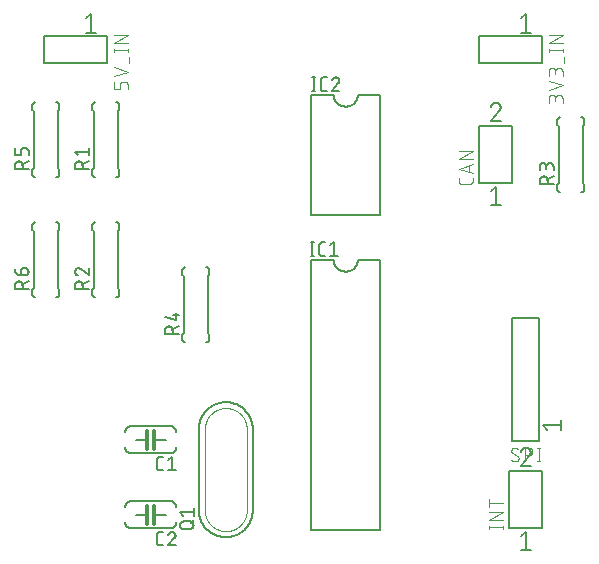
<source format=gbr>
G04 EAGLE Gerber RS-274X export*
G75*
%MOMM*%
%FSLAX34Y34*%
%LPD*%
%INSilkscreen Top*%
%IPPOS*%
%AMOC8*
5,1,8,0,0,1.08239X$1,22.5*%
G01*
%ADD10C,0.203200*%
%ADD11C,0.127000*%
%ADD12C,0.101600*%
%ADD13C,0.152400*%
%ADD14C,0.304800*%
%ADD15C,0.050800*%


D10*
X458490Y420250D02*
X405110Y420250D01*
X405110Y443350D01*
X458490Y443350D01*
X458490Y420250D01*
D11*
X440337Y458202D02*
X444641Y461645D01*
X444641Y446151D01*
X440337Y446151D02*
X448945Y446151D01*
D12*
X475742Y390074D02*
X475742Y386828D01*
X475742Y390074D02*
X475740Y390187D01*
X475734Y390300D01*
X475724Y390413D01*
X475710Y390526D01*
X475693Y390638D01*
X475671Y390749D01*
X475646Y390859D01*
X475616Y390969D01*
X475583Y391077D01*
X475546Y391184D01*
X475506Y391290D01*
X475461Y391394D01*
X475413Y391497D01*
X475362Y391598D01*
X475307Y391697D01*
X475249Y391794D01*
X475187Y391889D01*
X475122Y391982D01*
X475054Y392072D01*
X474983Y392160D01*
X474908Y392246D01*
X474831Y392329D01*
X474751Y392409D01*
X474668Y392486D01*
X474582Y392561D01*
X474494Y392632D01*
X474404Y392700D01*
X474311Y392765D01*
X474216Y392827D01*
X474119Y392885D01*
X474020Y392940D01*
X473919Y392991D01*
X473816Y393039D01*
X473712Y393084D01*
X473606Y393124D01*
X473499Y393161D01*
X473391Y393194D01*
X473281Y393224D01*
X473171Y393249D01*
X473060Y393271D01*
X472948Y393288D01*
X472835Y393302D01*
X472722Y393312D01*
X472609Y393318D01*
X472496Y393320D01*
X472383Y393318D01*
X472270Y393312D01*
X472157Y393302D01*
X472044Y393288D01*
X471932Y393271D01*
X471821Y393249D01*
X471711Y393224D01*
X471601Y393194D01*
X471493Y393161D01*
X471386Y393124D01*
X471280Y393084D01*
X471176Y393039D01*
X471073Y392991D01*
X470972Y392940D01*
X470873Y392885D01*
X470776Y392827D01*
X470681Y392765D01*
X470588Y392700D01*
X470498Y392632D01*
X470410Y392561D01*
X470324Y392486D01*
X470241Y392409D01*
X470161Y392329D01*
X470084Y392246D01*
X470009Y392160D01*
X469938Y392072D01*
X469870Y391982D01*
X469805Y391889D01*
X469743Y391794D01*
X469685Y391697D01*
X469630Y391598D01*
X469579Y391497D01*
X469531Y391394D01*
X469486Y391290D01*
X469446Y391184D01*
X469409Y391077D01*
X469376Y390969D01*
X469346Y390859D01*
X469321Y390749D01*
X469299Y390638D01*
X469282Y390526D01*
X469268Y390413D01*
X469258Y390300D01*
X469252Y390187D01*
X469250Y390074D01*
X464058Y390723D02*
X464058Y386828D01*
X464058Y390723D02*
X464060Y390824D01*
X464066Y390924D01*
X464076Y391024D01*
X464089Y391124D01*
X464107Y391223D01*
X464128Y391322D01*
X464153Y391419D01*
X464182Y391516D01*
X464215Y391611D01*
X464251Y391705D01*
X464291Y391797D01*
X464334Y391888D01*
X464381Y391977D01*
X464431Y392064D01*
X464485Y392150D01*
X464542Y392233D01*
X464602Y392313D01*
X464665Y392392D01*
X464732Y392468D01*
X464801Y392541D01*
X464873Y392611D01*
X464947Y392679D01*
X465024Y392744D01*
X465104Y392805D01*
X465186Y392864D01*
X465270Y392919D01*
X465356Y392971D01*
X465444Y393020D01*
X465534Y393065D01*
X465626Y393107D01*
X465719Y393145D01*
X465814Y393179D01*
X465909Y393210D01*
X466006Y393237D01*
X466104Y393260D01*
X466203Y393280D01*
X466303Y393295D01*
X466403Y393307D01*
X466503Y393315D01*
X466604Y393319D01*
X466704Y393319D01*
X466805Y393315D01*
X466905Y393307D01*
X467005Y393295D01*
X467105Y393280D01*
X467204Y393260D01*
X467302Y393237D01*
X467399Y393210D01*
X467494Y393179D01*
X467589Y393145D01*
X467682Y393107D01*
X467774Y393065D01*
X467864Y393020D01*
X467952Y392971D01*
X468038Y392919D01*
X468122Y392864D01*
X468204Y392805D01*
X468284Y392744D01*
X468361Y392679D01*
X468435Y392611D01*
X468507Y392541D01*
X468576Y392468D01*
X468643Y392392D01*
X468706Y392313D01*
X468766Y392233D01*
X468823Y392150D01*
X468877Y392064D01*
X468927Y391977D01*
X468974Y391888D01*
X469017Y391797D01*
X469057Y391705D01*
X469093Y391611D01*
X469126Y391516D01*
X469155Y391419D01*
X469180Y391322D01*
X469201Y391223D01*
X469219Y391124D01*
X469232Y391024D01*
X469242Y390924D01*
X469248Y390824D01*
X469250Y390723D01*
X469251Y390723D02*
X469251Y388126D01*
X464058Y397609D02*
X475742Y401504D01*
X464058Y405398D01*
X475742Y409688D02*
X475742Y412933D01*
X475740Y413046D01*
X475734Y413159D01*
X475724Y413272D01*
X475710Y413385D01*
X475693Y413497D01*
X475671Y413608D01*
X475646Y413718D01*
X475616Y413828D01*
X475583Y413936D01*
X475546Y414043D01*
X475506Y414149D01*
X475461Y414253D01*
X475413Y414356D01*
X475362Y414457D01*
X475307Y414556D01*
X475249Y414653D01*
X475187Y414748D01*
X475122Y414841D01*
X475054Y414931D01*
X474983Y415019D01*
X474908Y415105D01*
X474831Y415188D01*
X474751Y415268D01*
X474668Y415345D01*
X474582Y415420D01*
X474494Y415491D01*
X474404Y415559D01*
X474311Y415624D01*
X474216Y415686D01*
X474119Y415744D01*
X474020Y415799D01*
X473919Y415850D01*
X473816Y415898D01*
X473712Y415943D01*
X473606Y415983D01*
X473499Y416020D01*
X473391Y416053D01*
X473281Y416083D01*
X473171Y416108D01*
X473060Y416130D01*
X472948Y416147D01*
X472835Y416161D01*
X472722Y416171D01*
X472609Y416177D01*
X472496Y416179D01*
X472383Y416177D01*
X472270Y416171D01*
X472157Y416161D01*
X472044Y416147D01*
X471932Y416130D01*
X471821Y416108D01*
X471711Y416083D01*
X471601Y416053D01*
X471493Y416020D01*
X471386Y415983D01*
X471280Y415943D01*
X471176Y415898D01*
X471073Y415850D01*
X470972Y415799D01*
X470873Y415744D01*
X470776Y415686D01*
X470681Y415624D01*
X470588Y415559D01*
X470498Y415491D01*
X470410Y415420D01*
X470324Y415345D01*
X470241Y415268D01*
X470161Y415188D01*
X470084Y415105D01*
X470009Y415019D01*
X469938Y414931D01*
X469870Y414841D01*
X469805Y414748D01*
X469743Y414653D01*
X469685Y414556D01*
X469630Y414457D01*
X469579Y414356D01*
X469531Y414253D01*
X469486Y414149D01*
X469446Y414043D01*
X469409Y413936D01*
X469376Y413828D01*
X469346Y413718D01*
X469321Y413608D01*
X469299Y413497D01*
X469282Y413385D01*
X469268Y413272D01*
X469258Y413159D01*
X469252Y413046D01*
X469250Y412933D01*
X464058Y413583D02*
X464058Y409688D01*
X464058Y413583D02*
X464060Y413684D01*
X464066Y413784D01*
X464076Y413884D01*
X464089Y413984D01*
X464107Y414083D01*
X464128Y414182D01*
X464153Y414279D01*
X464182Y414376D01*
X464215Y414471D01*
X464251Y414565D01*
X464291Y414657D01*
X464334Y414748D01*
X464381Y414837D01*
X464431Y414924D01*
X464485Y415010D01*
X464542Y415093D01*
X464602Y415173D01*
X464665Y415252D01*
X464732Y415328D01*
X464801Y415401D01*
X464873Y415471D01*
X464947Y415539D01*
X465024Y415604D01*
X465104Y415665D01*
X465186Y415724D01*
X465270Y415779D01*
X465356Y415831D01*
X465444Y415880D01*
X465534Y415925D01*
X465626Y415967D01*
X465719Y416005D01*
X465814Y416039D01*
X465909Y416070D01*
X466006Y416097D01*
X466104Y416120D01*
X466203Y416140D01*
X466303Y416155D01*
X466403Y416167D01*
X466503Y416175D01*
X466604Y416179D01*
X466704Y416179D01*
X466805Y416175D01*
X466905Y416167D01*
X467005Y416155D01*
X467105Y416140D01*
X467204Y416120D01*
X467302Y416097D01*
X467399Y416070D01*
X467494Y416039D01*
X467589Y416005D01*
X467682Y415967D01*
X467774Y415925D01*
X467864Y415880D01*
X467952Y415831D01*
X468038Y415779D01*
X468122Y415724D01*
X468204Y415665D01*
X468284Y415604D01*
X468361Y415539D01*
X468435Y415471D01*
X468507Y415401D01*
X468576Y415328D01*
X468643Y415252D01*
X468706Y415173D01*
X468766Y415093D01*
X468823Y415010D01*
X468877Y414924D01*
X468927Y414837D01*
X468974Y414748D01*
X469017Y414657D01*
X469057Y414565D01*
X469093Y414471D01*
X469126Y414376D01*
X469155Y414279D01*
X469180Y414182D01*
X469201Y414083D01*
X469219Y413984D01*
X469232Y413884D01*
X469242Y413784D01*
X469248Y413684D01*
X469250Y413583D01*
X469251Y413583D02*
X469251Y410986D01*
X477040Y420624D02*
X477040Y425817D01*
X475742Y431221D02*
X464058Y431221D01*
X475742Y429923D02*
X475742Y432520D01*
X464058Y432520D02*
X464058Y429923D01*
X464058Y437501D02*
X475742Y437501D01*
X475742Y443992D02*
X464058Y437501D01*
X464058Y443992D02*
X475742Y443992D01*
D10*
X90190Y420250D02*
X36810Y420250D01*
X36810Y443350D01*
X90190Y443350D01*
X90190Y420250D01*
D11*
X72037Y458202D02*
X76341Y461645D01*
X76341Y446151D01*
X72037Y446151D02*
X80645Y446151D01*
D12*
X107442Y402153D02*
X107442Y398258D01*
X107442Y402153D02*
X107440Y402252D01*
X107434Y402352D01*
X107425Y402451D01*
X107412Y402549D01*
X107395Y402647D01*
X107374Y402745D01*
X107349Y402841D01*
X107321Y402936D01*
X107289Y403030D01*
X107254Y403123D01*
X107215Y403215D01*
X107172Y403305D01*
X107127Y403393D01*
X107077Y403480D01*
X107025Y403564D01*
X106969Y403647D01*
X106911Y403727D01*
X106849Y403805D01*
X106784Y403880D01*
X106716Y403953D01*
X106646Y404023D01*
X106573Y404091D01*
X106498Y404156D01*
X106420Y404218D01*
X106340Y404276D01*
X106257Y404332D01*
X106173Y404384D01*
X106086Y404434D01*
X105998Y404479D01*
X105908Y404522D01*
X105816Y404561D01*
X105723Y404596D01*
X105629Y404628D01*
X105534Y404656D01*
X105438Y404681D01*
X105340Y404702D01*
X105242Y404719D01*
X105144Y404732D01*
X105045Y404741D01*
X104945Y404747D01*
X104846Y404749D01*
X103547Y404749D01*
X103448Y404747D01*
X103348Y404741D01*
X103249Y404732D01*
X103151Y404719D01*
X103053Y404702D01*
X102955Y404681D01*
X102859Y404656D01*
X102764Y404628D01*
X102670Y404596D01*
X102577Y404561D01*
X102485Y404522D01*
X102395Y404479D01*
X102307Y404434D01*
X102220Y404384D01*
X102136Y404332D01*
X102053Y404276D01*
X101973Y404218D01*
X101895Y404156D01*
X101820Y404091D01*
X101747Y404023D01*
X101677Y403953D01*
X101609Y403880D01*
X101544Y403805D01*
X101482Y403727D01*
X101424Y403647D01*
X101368Y403564D01*
X101316Y403480D01*
X101266Y403393D01*
X101221Y403305D01*
X101178Y403215D01*
X101139Y403123D01*
X101104Y403030D01*
X101072Y402936D01*
X101044Y402841D01*
X101019Y402745D01*
X100998Y402647D01*
X100981Y402549D01*
X100968Y402451D01*
X100959Y402352D01*
X100953Y402252D01*
X100951Y402153D01*
X100951Y398258D01*
X95758Y398258D01*
X95758Y404749D01*
X95758Y409039D02*
X107442Y412933D01*
X95758Y416828D01*
X108740Y420624D02*
X108740Y425817D01*
X107442Y431221D02*
X95758Y431221D01*
X107442Y429923D02*
X107442Y432520D01*
X95758Y432520D02*
X95758Y429923D01*
X95758Y437501D02*
X107442Y437501D01*
X107442Y443992D02*
X95758Y437501D01*
X95758Y443992D02*
X107442Y443992D01*
D13*
X148590Y95250D02*
X148588Y95110D01*
X148582Y94970D01*
X148573Y94830D01*
X148559Y94691D01*
X148542Y94552D01*
X148521Y94414D01*
X148496Y94276D01*
X148467Y94139D01*
X148435Y94003D01*
X148398Y93868D01*
X148358Y93734D01*
X148315Y93601D01*
X148267Y93469D01*
X148217Y93338D01*
X148162Y93209D01*
X148104Y93082D01*
X148043Y92956D01*
X147978Y92832D01*
X147909Y92710D01*
X147838Y92590D01*
X147763Y92472D01*
X147685Y92355D01*
X147603Y92241D01*
X147519Y92130D01*
X147431Y92021D01*
X147341Y91914D01*
X147247Y91809D01*
X147151Y91708D01*
X147052Y91609D01*
X146951Y91513D01*
X146846Y91419D01*
X146739Y91329D01*
X146630Y91241D01*
X146519Y91157D01*
X146405Y91075D01*
X146288Y90997D01*
X146170Y90922D01*
X146050Y90851D01*
X145928Y90782D01*
X145804Y90717D01*
X145678Y90656D01*
X145551Y90598D01*
X145422Y90543D01*
X145291Y90493D01*
X145159Y90445D01*
X145026Y90402D01*
X144892Y90362D01*
X144757Y90325D01*
X144621Y90293D01*
X144484Y90264D01*
X144346Y90239D01*
X144208Y90218D01*
X144069Y90201D01*
X143930Y90187D01*
X143790Y90178D01*
X143650Y90172D01*
X143510Y90170D01*
X148590Y107950D02*
X148588Y108090D01*
X148582Y108230D01*
X148573Y108370D01*
X148559Y108509D01*
X148542Y108648D01*
X148521Y108786D01*
X148496Y108924D01*
X148467Y109061D01*
X148435Y109197D01*
X148398Y109332D01*
X148358Y109466D01*
X148315Y109599D01*
X148267Y109731D01*
X148217Y109862D01*
X148162Y109991D01*
X148104Y110118D01*
X148043Y110244D01*
X147978Y110368D01*
X147909Y110490D01*
X147838Y110610D01*
X147763Y110728D01*
X147685Y110845D01*
X147603Y110959D01*
X147519Y111070D01*
X147431Y111179D01*
X147341Y111286D01*
X147247Y111391D01*
X147151Y111492D01*
X147052Y111591D01*
X146951Y111687D01*
X146846Y111781D01*
X146739Y111871D01*
X146630Y111959D01*
X146519Y112043D01*
X146405Y112125D01*
X146288Y112203D01*
X146170Y112278D01*
X146050Y112349D01*
X145928Y112418D01*
X145804Y112483D01*
X145678Y112544D01*
X145551Y112602D01*
X145422Y112657D01*
X145291Y112707D01*
X145159Y112755D01*
X145026Y112798D01*
X144892Y112838D01*
X144757Y112875D01*
X144621Y112907D01*
X144484Y112936D01*
X144346Y112961D01*
X144208Y112982D01*
X144069Y112999D01*
X143930Y113013D01*
X143790Y113022D01*
X143650Y113028D01*
X143510Y113030D01*
X143510Y90170D02*
X110490Y90170D01*
X110490Y113030D02*
X143510Y113030D01*
X110490Y90170D02*
X110350Y90172D01*
X110210Y90178D01*
X110070Y90187D01*
X109931Y90201D01*
X109792Y90218D01*
X109654Y90239D01*
X109516Y90264D01*
X109379Y90293D01*
X109243Y90325D01*
X109108Y90362D01*
X108974Y90402D01*
X108841Y90445D01*
X108709Y90493D01*
X108578Y90543D01*
X108449Y90598D01*
X108322Y90656D01*
X108196Y90717D01*
X108072Y90782D01*
X107950Y90851D01*
X107830Y90922D01*
X107712Y90997D01*
X107595Y91075D01*
X107481Y91157D01*
X107370Y91241D01*
X107261Y91329D01*
X107154Y91419D01*
X107049Y91513D01*
X106948Y91609D01*
X106849Y91708D01*
X106753Y91809D01*
X106659Y91914D01*
X106569Y92021D01*
X106481Y92130D01*
X106397Y92241D01*
X106315Y92355D01*
X106237Y92472D01*
X106162Y92590D01*
X106091Y92710D01*
X106022Y92832D01*
X105957Y92956D01*
X105896Y93082D01*
X105838Y93209D01*
X105783Y93338D01*
X105733Y93469D01*
X105685Y93601D01*
X105642Y93734D01*
X105602Y93868D01*
X105565Y94003D01*
X105533Y94139D01*
X105504Y94276D01*
X105479Y94414D01*
X105458Y94552D01*
X105441Y94691D01*
X105427Y94830D01*
X105418Y94970D01*
X105412Y95110D01*
X105410Y95250D01*
X105410Y107950D02*
X105412Y108090D01*
X105418Y108230D01*
X105427Y108370D01*
X105441Y108509D01*
X105458Y108648D01*
X105479Y108786D01*
X105504Y108924D01*
X105533Y109061D01*
X105565Y109197D01*
X105602Y109332D01*
X105642Y109466D01*
X105685Y109599D01*
X105733Y109731D01*
X105783Y109862D01*
X105838Y109991D01*
X105896Y110118D01*
X105957Y110244D01*
X106022Y110368D01*
X106091Y110490D01*
X106162Y110610D01*
X106237Y110728D01*
X106315Y110845D01*
X106397Y110959D01*
X106481Y111070D01*
X106569Y111179D01*
X106659Y111286D01*
X106753Y111391D01*
X106849Y111492D01*
X106948Y111591D01*
X107049Y111687D01*
X107154Y111781D01*
X107261Y111871D01*
X107370Y111959D01*
X107481Y112043D01*
X107595Y112125D01*
X107712Y112203D01*
X107830Y112278D01*
X107950Y112349D01*
X108072Y112418D01*
X108196Y112483D01*
X108322Y112544D01*
X108449Y112602D01*
X108578Y112657D01*
X108709Y112707D01*
X108841Y112755D01*
X108974Y112798D01*
X109108Y112838D01*
X109243Y112875D01*
X109379Y112907D01*
X109516Y112936D01*
X109654Y112961D01*
X109792Y112982D01*
X109931Y112999D01*
X110070Y113013D01*
X110210Y113022D01*
X110350Y113028D01*
X110490Y113030D01*
D14*
X130048Y101600D02*
X130048Y93980D01*
X130048Y101600D02*
X130048Y109220D01*
X123698Y101600D02*
X123698Y93980D01*
X123698Y101600D02*
X123698Y109220D01*
D13*
X123698Y101600D02*
X114300Y101600D01*
X130048Y101600D02*
X139700Y101600D01*
D11*
X137123Y75565D02*
X134583Y75565D01*
X134483Y75567D01*
X134384Y75573D01*
X134284Y75583D01*
X134186Y75596D01*
X134087Y75614D01*
X133990Y75635D01*
X133894Y75660D01*
X133798Y75689D01*
X133704Y75722D01*
X133611Y75758D01*
X133520Y75798D01*
X133430Y75842D01*
X133342Y75889D01*
X133256Y75939D01*
X133172Y75993D01*
X133090Y76050D01*
X133011Y76110D01*
X132933Y76174D01*
X132859Y76240D01*
X132787Y76309D01*
X132718Y76381D01*
X132652Y76455D01*
X132588Y76533D01*
X132528Y76612D01*
X132471Y76694D01*
X132417Y76778D01*
X132367Y76864D01*
X132320Y76952D01*
X132276Y77042D01*
X132236Y77133D01*
X132200Y77226D01*
X132167Y77320D01*
X132138Y77416D01*
X132113Y77512D01*
X132092Y77609D01*
X132074Y77708D01*
X132061Y77806D01*
X132051Y77906D01*
X132045Y78005D01*
X132043Y78105D01*
X132043Y84455D01*
X132045Y84555D01*
X132051Y84654D01*
X132061Y84754D01*
X132074Y84852D01*
X132092Y84951D01*
X132113Y85048D01*
X132138Y85144D01*
X132167Y85240D01*
X132200Y85334D01*
X132236Y85427D01*
X132276Y85518D01*
X132320Y85608D01*
X132367Y85696D01*
X132417Y85782D01*
X132471Y85866D01*
X132528Y85948D01*
X132588Y86027D01*
X132652Y86105D01*
X132718Y86179D01*
X132787Y86251D01*
X132859Y86320D01*
X132933Y86386D01*
X133011Y86450D01*
X133090Y86510D01*
X133172Y86567D01*
X133256Y86621D01*
X133342Y86671D01*
X133430Y86718D01*
X133520Y86762D01*
X133611Y86802D01*
X133704Y86838D01*
X133798Y86871D01*
X133894Y86900D01*
X133990Y86925D01*
X134087Y86946D01*
X134186Y86964D01*
X134284Y86977D01*
X134384Y86987D01*
X134483Y86993D01*
X134583Y86995D01*
X137123Y86995D01*
X141605Y84455D02*
X144780Y86995D01*
X144780Y75565D01*
X141605Y75565D02*
X147955Y75565D01*
D13*
X148590Y31750D02*
X148588Y31610D01*
X148582Y31470D01*
X148573Y31330D01*
X148559Y31191D01*
X148542Y31052D01*
X148521Y30914D01*
X148496Y30776D01*
X148467Y30639D01*
X148435Y30503D01*
X148398Y30368D01*
X148358Y30234D01*
X148315Y30101D01*
X148267Y29969D01*
X148217Y29838D01*
X148162Y29709D01*
X148104Y29582D01*
X148043Y29456D01*
X147978Y29332D01*
X147909Y29210D01*
X147838Y29090D01*
X147763Y28972D01*
X147685Y28855D01*
X147603Y28741D01*
X147519Y28630D01*
X147431Y28521D01*
X147341Y28414D01*
X147247Y28309D01*
X147151Y28208D01*
X147052Y28109D01*
X146951Y28013D01*
X146846Y27919D01*
X146739Y27829D01*
X146630Y27741D01*
X146519Y27657D01*
X146405Y27575D01*
X146288Y27497D01*
X146170Y27422D01*
X146050Y27351D01*
X145928Y27282D01*
X145804Y27217D01*
X145678Y27156D01*
X145551Y27098D01*
X145422Y27043D01*
X145291Y26993D01*
X145159Y26945D01*
X145026Y26902D01*
X144892Y26862D01*
X144757Y26825D01*
X144621Y26793D01*
X144484Y26764D01*
X144346Y26739D01*
X144208Y26718D01*
X144069Y26701D01*
X143930Y26687D01*
X143790Y26678D01*
X143650Y26672D01*
X143510Y26670D01*
X148590Y44450D02*
X148588Y44590D01*
X148582Y44730D01*
X148573Y44870D01*
X148559Y45009D01*
X148542Y45148D01*
X148521Y45286D01*
X148496Y45424D01*
X148467Y45561D01*
X148435Y45697D01*
X148398Y45832D01*
X148358Y45966D01*
X148315Y46099D01*
X148267Y46231D01*
X148217Y46362D01*
X148162Y46491D01*
X148104Y46618D01*
X148043Y46744D01*
X147978Y46868D01*
X147909Y46990D01*
X147838Y47110D01*
X147763Y47228D01*
X147685Y47345D01*
X147603Y47459D01*
X147519Y47570D01*
X147431Y47679D01*
X147341Y47786D01*
X147247Y47891D01*
X147151Y47992D01*
X147052Y48091D01*
X146951Y48187D01*
X146846Y48281D01*
X146739Y48371D01*
X146630Y48459D01*
X146519Y48543D01*
X146405Y48625D01*
X146288Y48703D01*
X146170Y48778D01*
X146050Y48849D01*
X145928Y48918D01*
X145804Y48983D01*
X145678Y49044D01*
X145551Y49102D01*
X145422Y49157D01*
X145291Y49207D01*
X145159Y49255D01*
X145026Y49298D01*
X144892Y49338D01*
X144757Y49375D01*
X144621Y49407D01*
X144484Y49436D01*
X144346Y49461D01*
X144208Y49482D01*
X144069Y49499D01*
X143930Y49513D01*
X143790Y49522D01*
X143650Y49528D01*
X143510Y49530D01*
X143510Y26670D02*
X110490Y26670D01*
X110490Y49530D02*
X143510Y49530D01*
X110490Y26670D02*
X110350Y26672D01*
X110210Y26678D01*
X110070Y26687D01*
X109931Y26701D01*
X109792Y26718D01*
X109654Y26739D01*
X109516Y26764D01*
X109379Y26793D01*
X109243Y26825D01*
X109108Y26862D01*
X108974Y26902D01*
X108841Y26945D01*
X108709Y26993D01*
X108578Y27043D01*
X108449Y27098D01*
X108322Y27156D01*
X108196Y27217D01*
X108072Y27282D01*
X107950Y27351D01*
X107830Y27422D01*
X107712Y27497D01*
X107595Y27575D01*
X107481Y27657D01*
X107370Y27741D01*
X107261Y27829D01*
X107154Y27919D01*
X107049Y28013D01*
X106948Y28109D01*
X106849Y28208D01*
X106753Y28309D01*
X106659Y28414D01*
X106569Y28521D01*
X106481Y28630D01*
X106397Y28741D01*
X106315Y28855D01*
X106237Y28972D01*
X106162Y29090D01*
X106091Y29210D01*
X106022Y29332D01*
X105957Y29456D01*
X105896Y29582D01*
X105838Y29709D01*
X105783Y29838D01*
X105733Y29969D01*
X105685Y30101D01*
X105642Y30234D01*
X105602Y30368D01*
X105565Y30503D01*
X105533Y30639D01*
X105504Y30776D01*
X105479Y30914D01*
X105458Y31052D01*
X105441Y31191D01*
X105427Y31330D01*
X105418Y31470D01*
X105412Y31610D01*
X105410Y31750D01*
X105410Y44450D02*
X105412Y44590D01*
X105418Y44730D01*
X105427Y44870D01*
X105441Y45009D01*
X105458Y45148D01*
X105479Y45286D01*
X105504Y45424D01*
X105533Y45561D01*
X105565Y45697D01*
X105602Y45832D01*
X105642Y45966D01*
X105685Y46099D01*
X105733Y46231D01*
X105783Y46362D01*
X105838Y46491D01*
X105896Y46618D01*
X105957Y46744D01*
X106022Y46868D01*
X106091Y46990D01*
X106162Y47110D01*
X106237Y47228D01*
X106315Y47345D01*
X106397Y47459D01*
X106481Y47570D01*
X106569Y47679D01*
X106659Y47786D01*
X106753Y47891D01*
X106849Y47992D01*
X106948Y48091D01*
X107049Y48187D01*
X107154Y48281D01*
X107261Y48371D01*
X107370Y48459D01*
X107481Y48543D01*
X107595Y48625D01*
X107712Y48703D01*
X107830Y48778D01*
X107950Y48849D01*
X108072Y48918D01*
X108196Y48983D01*
X108322Y49044D01*
X108449Y49102D01*
X108578Y49157D01*
X108709Y49207D01*
X108841Y49255D01*
X108974Y49298D01*
X109108Y49338D01*
X109243Y49375D01*
X109379Y49407D01*
X109516Y49436D01*
X109654Y49461D01*
X109792Y49482D01*
X109931Y49499D01*
X110070Y49513D01*
X110210Y49522D01*
X110350Y49528D01*
X110490Y49530D01*
D14*
X130048Y38100D02*
X130048Y30480D01*
X130048Y38100D02*
X130048Y45720D01*
X123698Y38100D02*
X123698Y30480D01*
X123698Y38100D02*
X123698Y45720D01*
D13*
X123698Y38100D02*
X114300Y38100D01*
X130048Y38100D02*
X139700Y38100D01*
D11*
X137123Y12065D02*
X134583Y12065D01*
X134483Y12067D01*
X134384Y12073D01*
X134284Y12083D01*
X134186Y12096D01*
X134087Y12114D01*
X133990Y12135D01*
X133894Y12160D01*
X133798Y12189D01*
X133704Y12222D01*
X133611Y12258D01*
X133520Y12298D01*
X133430Y12342D01*
X133342Y12389D01*
X133256Y12439D01*
X133172Y12493D01*
X133090Y12550D01*
X133011Y12610D01*
X132933Y12674D01*
X132859Y12740D01*
X132787Y12809D01*
X132718Y12881D01*
X132652Y12955D01*
X132588Y13033D01*
X132528Y13112D01*
X132471Y13194D01*
X132417Y13278D01*
X132367Y13364D01*
X132320Y13452D01*
X132276Y13542D01*
X132236Y13633D01*
X132200Y13726D01*
X132167Y13820D01*
X132138Y13916D01*
X132113Y14012D01*
X132092Y14109D01*
X132074Y14208D01*
X132061Y14306D01*
X132051Y14406D01*
X132045Y14505D01*
X132043Y14605D01*
X132043Y20955D01*
X132045Y21055D01*
X132051Y21154D01*
X132061Y21254D01*
X132074Y21352D01*
X132092Y21451D01*
X132113Y21548D01*
X132138Y21644D01*
X132167Y21740D01*
X132200Y21834D01*
X132236Y21927D01*
X132276Y22018D01*
X132320Y22108D01*
X132367Y22196D01*
X132417Y22282D01*
X132471Y22366D01*
X132528Y22448D01*
X132588Y22527D01*
X132652Y22605D01*
X132718Y22679D01*
X132787Y22751D01*
X132859Y22820D01*
X132933Y22886D01*
X133011Y22950D01*
X133090Y23010D01*
X133172Y23067D01*
X133256Y23121D01*
X133342Y23171D01*
X133430Y23218D01*
X133520Y23262D01*
X133611Y23302D01*
X133704Y23338D01*
X133798Y23371D01*
X133894Y23400D01*
X133990Y23425D01*
X134087Y23446D01*
X134186Y23464D01*
X134284Y23477D01*
X134384Y23487D01*
X134483Y23493D01*
X134583Y23495D01*
X137123Y23495D01*
X145098Y23496D02*
X145202Y23494D01*
X145307Y23488D01*
X145411Y23479D01*
X145514Y23466D01*
X145617Y23448D01*
X145719Y23428D01*
X145821Y23403D01*
X145921Y23375D01*
X146021Y23343D01*
X146119Y23307D01*
X146216Y23268D01*
X146311Y23226D01*
X146405Y23180D01*
X146497Y23130D01*
X146587Y23078D01*
X146675Y23022D01*
X146761Y22962D01*
X146845Y22900D01*
X146926Y22835D01*
X147005Y22767D01*
X147082Y22695D01*
X147155Y22622D01*
X147227Y22545D01*
X147295Y22466D01*
X147360Y22385D01*
X147422Y22301D01*
X147482Y22215D01*
X147538Y22127D01*
X147590Y22037D01*
X147640Y21945D01*
X147686Y21851D01*
X147728Y21756D01*
X147767Y21659D01*
X147803Y21561D01*
X147835Y21461D01*
X147863Y21361D01*
X147888Y21259D01*
X147908Y21157D01*
X147926Y21054D01*
X147939Y20951D01*
X147948Y20847D01*
X147954Y20742D01*
X147956Y20638D01*
X145098Y23495D02*
X144980Y23493D01*
X144861Y23487D01*
X144743Y23478D01*
X144626Y23465D01*
X144509Y23447D01*
X144392Y23427D01*
X144276Y23402D01*
X144161Y23374D01*
X144048Y23341D01*
X143935Y23306D01*
X143823Y23266D01*
X143713Y23224D01*
X143604Y23177D01*
X143496Y23127D01*
X143391Y23074D01*
X143287Y23017D01*
X143185Y22957D01*
X143085Y22894D01*
X142987Y22827D01*
X142891Y22758D01*
X142798Y22685D01*
X142707Y22609D01*
X142618Y22531D01*
X142532Y22449D01*
X142449Y22365D01*
X142368Y22279D01*
X142291Y22189D01*
X142216Y22098D01*
X142144Y22004D01*
X142075Y21907D01*
X142010Y21809D01*
X141947Y21708D01*
X141888Y21605D01*
X141832Y21501D01*
X141780Y21395D01*
X141731Y21287D01*
X141686Y21178D01*
X141644Y21067D01*
X141606Y20955D01*
X147003Y18416D02*
X147079Y18491D01*
X147154Y18570D01*
X147225Y18651D01*
X147294Y18735D01*
X147359Y18821D01*
X147421Y18909D01*
X147481Y18999D01*
X147537Y19091D01*
X147590Y19186D01*
X147639Y19282D01*
X147685Y19380D01*
X147728Y19479D01*
X147767Y19580D01*
X147802Y19682D01*
X147834Y19785D01*
X147862Y19889D01*
X147887Y19994D01*
X147908Y20101D01*
X147925Y20207D01*
X147938Y20314D01*
X147947Y20422D01*
X147953Y20530D01*
X147955Y20638D01*
X147003Y18415D02*
X141605Y12065D01*
X147955Y12065D01*
D10*
X405110Y367150D02*
X433090Y367150D01*
X433090Y318650D01*
X405110Y318650D01*
X405110Y367150D01*
D11*
X418959Y315849D02*
X414655Y312406D01*
X418959Y315849D02*
X418959Y300355D01*
X414655Y300355D02*
X423263Y300355D01*
X423263Y383096D02*
X423261Y383218D01*
X423255Y383339D01*
X423246Y383461D01*
X423232Y383582D01*
X423215Y383702D01*
X423194Y383822D01*
X423170Y383941D01*
X423141Y384059D01*
X423109Y384177D01*
X423073Y384293D01*
X423034Y384408D01*
X422991Y384522D01*
X422944Y384635D01*
X422894Y384745D01*
X422841Y384855D01*
X422784Y384962D01*
X422724Y385068D01*
X422660Y385172D01*
X422593Y385274D01*
X422523Y385373D01*
X422450Y385470D01*
X422374Y385565D01*
X422295Y385658D01*
X422213Y385748D01*
X422128Y385835D01*
X422041Y385920D01*
X421951Y386002D01*
X421858Y386081D01*
X421763Y386157D01*
X421666Y386230D01*
X421567Y386300D01*
X421465Y386367D01*
X421361Y386431D01*
X421255Y386491D01*
X421148Y386548D01*
X421038Y386601D01*
X420928Y386651D01*
X420815Y386698D01*
X420701Y386741D01*
X420586Y386780D01*
X420470Y386816D01*
X420352Y386848D01*
X420234Y386877D01*
X420115Y386901D01*
X419995Y386922D01*
X419875Y386939D01*
X419754Y386953D01*
X419632Y386962D01*
X419511Y386968D01*
X419389Y386970D01*
X419389Y386969D02*
X419250Y386967D01*
X419111Y386961D01*
X418972Y386952D01*
X418834Y386938D01*
X418696Y386920D01*
X418559Y386899D01*
X418422Y386874D01*
X418286Y386845D01*
X418151Y386812D01*
X418016Y386776D01*
X417883Y386736D01*
X417751Y386692D01*
X417621Y386644D01*
X417491Y386593D01*
X417364Y386538D01*
X417237Y386480D01*
X417113Y386418D01*
X416990Y386353D01*
X416869Y386284D01*
X416750Y386212D01*
X416633Y386136D01*
X416519Y386058D01*
X416406Y385976D01*
X416296Y385891D01*
X416188Y385803D01*
X416083Y385712D01*
X415981Y385618D01*
X415881Y385522D01*
X415783Y385422D01*
X415689Y385320D01*
X415597Y385216D01*
X415509Y385108D01*
X415423Y384999D01*
X415341Y384887D01*
X415262Y384772D01*
X415186Y384656D01*
X415113Y384538D01*
X415043Y384417D01*
X414977Y384295D01*
X414915Y384170D01*
X414856Y384045D01*
X414800Y383917D01*
X414748Y383788D01*
X414700Y383658D01*
X414655Y383526D01*
X421972Y380083D02*
X422061Y380170D01*
X422147Y380260D01*
X422231Y380353D01*
X422312Y380448D01*
X422390Y380545D01*
X422465Y380645D01*
X422537Y380747D01*
X422606Y380851D01*
X422671Y380957D01*
X422734Y381065D01*
X422793Y381175D01*
X422849Y381287D01*
X422902Y381400D01*
X422951Y381514D01*
X422996Y381631D01*
X423039Y381748D01*
X423077Y381867D01*
X423112Y381986D01*
X423144Y382107D01*
X423172Y382229D01*
X423196Y382351D01*
X423216Y382474D01*
X423233Y382598D01*
X423246Y382722D01*
X423256Y382847D01*
X423261Y382971D01*
X423263Y383096D01*
X421972Y380083D02*
X414655Y371475D01*
X423263Y371475D01*
D12*
X399542Y323201D02*
X399542Y320604D01*
X399540Y320505D01*
X399534Y320405D01*
X399525Y320306D01*
X399512Y320208D01*
X399495Y320110D01*
X399474Y320012D01*
X399449Y319916D01*
X399421Y319821D01*
X399389Y319727D01*
X399354Y319634D01*
X399315Y319542D01*
X399272Y319452D01*
X399227Y319364D01*
X399177Y319277D01*
X399125Y319193D01*
X399069Y319110D01*
X399011Y319030D01*
X398949Y318952D01*
X398884Y318877D01*
X398816Y318804D01*
X398746Y318734D01*
X398673Y318666D01*
X398598Y318601D01*
X398520Y318539D01*
X398440Y318481D01*
X398357Y318425D01*
X398273Y318373D01*
X398186Y318323D01*
X398098Y318278D01*
X398008Y318235D01*
X397916Y318196D01*
X397823Y318161D01*
X397729Y318129D01*
X397634Y318101D01*
X397538Y318076D01*
X397440Y318055D01*
X397342Y318038D01*
X397244Y318025D01*
X397145Y318016D01*
X397045Y318010D01*
X396946Y318008D01*
X390454Y318008D01*
X390355Y318010D01*
X390255Y318016D01*
X390156Y318025D01*
X390058Y318038D01*
X389960Y318056D01*
X389862Y318076D01*
X389766Y318101D01*
X389670Y318129D01*
X389576Y318161D01*
X389483Y318196D01*
X389392Y318235D01*
X389302Y318278D01*
X389213Y318323D01*
X389127Y318373D01*
X389042Y318425D01*
X388960Y318481D01*
X388880Y318540D01*
X388802Y318601D01*
X388726Y318666D01*
X388653Y318734D01*
X388583Y318804D01*
X388515Y318877D01*
X388450Y318953D01*
X388389Y319031D01*
X388330Y319111D01*
X388274Y319193D01*
X388222Y319278D01*
X388173Y319364D01*
X388127Y319453D01*
X388084Y319543D01*
X388045Y319634D01*
X388010Y319727D01*
X387978Y319821D01*
X387950Y319917D01*
X387925Y320013D01*
X387905Y320111D01*
X387887Y320209D01*
X387874Y320307D01*
X387865Y320406D01*
X387859Y320505D01*
X387857Y320605D01*
X387858Y320604D02*
X387858Y323201D01*
X387858Y330812D02*
X399542Y326917D01*
X399542Y334706D02*
X387858Y330812D01*
X396621Y333733D02*
X396621Y327891D01*
X399542Y339377D02*
X387858Y339377D01*
X399542Y345868D01*
X387858Y345868D01*
D13*
X321310Y254000D02*
X321310Y25400D01*
X262890Y25400D02*
X262890Y254000D01*
X262890Y25400D02*
X321310Y25400D01*
X321310Y254000D02*
X302260Y254000D01*
X281940Y254000D02*
X262890Y254000D01*
X281940Y254000D02*
X281943Y253753D01*
X281952Y253505D01*
X281967Y253258D01*
X281988Y253012D01*
X282015Y252766D01*
X282048Y252521D01*
X282087Y252276D01*
X282132Y252033D01*
X282183Y251791D01*
X282240Y251550D01*
X282302Y251311D01*
X282371Y251073D01*
X282445Y250837D01*
X282525Y250603D01*
X282610Y250371D01*
X282702Y250141D01*
X282798Y249913D01*
X282901Y249688D01*
X283008Y249465D01*
X283122Y249245D01*
X283240Y249028D01*
X283364Y248813D01*
X283493Y248602D01*
X283627Y248394D01*
X283766Y248189D01*
X283910Y247988D01*
X284058Y247790D01*
X284212Y247596D01*
X284370Y247406D01*
X284533Y247220D01*
X284700Y247038D01*
X284872Y246860D01*
X285048Y246686D01*
X285228Y246516D01*
X285413Y246351D01*
X285601Y246191D01*
X285793Y246035D01*
X285989Y245883D01*
X286188Y245737D01*
X286391Y245595D01*
X286598Y245459D01*
X286807Y245327D01*
X287020Y245201D01*
X287236Y245080D01*
X287454Y244964D01*
X287676Y244854D01*
X287900Y244749D01*
X288126Y244649D01*
X288355Y244555D01*
X288586Y244467D01*
X288820Y244384D01*
X289055Y244307D01*
X289292Y244236D01*
X289530Y244170D01*
X289770Y244111D01*
X290012Y244057D01*
X290255Y244009D01*
X290498Y243967D01*
X290743Y243931D01*
X290989Y243901D01*
X291235Y243877D01*
X291482Y243859D01*
X291729Y243847D01*
X291976Y243841D01*
X292224Y243841D01*
X292471Y243847D01*
X292718Y243859D01*
X292965Y243877D01*
X293211Y243901D01*
X293457Y243931D01*
X293702Y243967D01*
X293945Y244009D01*
X294188Y244057D01*
X294430Y244111D01*
X294670Y244170D01*
X294908Y244236D01*
X295145Y244307D01*
X295380Y244384D01*
X295614Y244467D01*
X295845Y244555D01*
X296074Y244649D01*
X296300Y244749D01*
X296524Y244854D01*
X296746Y244964D01*
X296964Y245080D01*
X297180Y245201D01*
X297393Y245327D01*
X297602Y245459D01*
X297809Y245595D01*
X298012Y245737D01*
X298211Y245883D01*
X298407Y246035D01*
X298599Y246191D01*
X298787Y246351D01*
X298972Y246516D01*
X299152Y246686D01*
X299328Y246860D01*
X299500Y247038D01*
X299667Y247220D01*
X299830Y247406D01*
X299988Y247596D01*
X300142Y247790D01*
X300290Y247988D01*
X300434Y248189D01*
X300573Y248394D01*
X300707Y248602D01*
X300836Y248813D01*
X300960Y249028D01*
X301078Y249245D01*
X301192Y249465D01*
X301299Y249688D01*
X301402Y249913D01*
X301498Y250141D01*
X301590Y250371D01*
X301675Y250603D01*
X301755Y250837D01*
X301829Y251073D01*
X301898Y251311D01*
X301960Y251550D01*
X302017Y251791D01*
X302068Y252033D01*
X302113Y252276D01*
X302152Y252521D01*
X302185Y252766D01*
X302212Y253012D01*
X302233Y253258D01*
X302248Y253505D01*
X302257Y253753D01*
X302260Y254000D01*
D11*
X263525Y257175D02*
X263525Y268605D01*
X262255Y257175D02*
X264795Y257175D01*
X264795Y268605D02*
X262255Y268605D01*
X271997Y257175D02*
X274537Y257175D01*
X271997Y257175D02*
X271897Y257177D01*
X271798Y257183D01*
X271698Y257193D01*
X271600Y257206D01*
X271501Y257224D01*
X271404Y257245D01*
X271308Y257270D01*
X271212Y257299D01*
X271118Y257332D01*
X271025Y257368D01*
X270934Y257408D01*
X270844Y257452D01*
X270756Y257499D01*
X270670Y257549D01*
X270586Y257603D01*
X270504Y257660D01*
X270425Y257720D01*
X270347Y257784D01*
X270273Y257850D01*
X270201Y257919D01*
X270132Y257991D01*
X270066Y258065D01*
X270002Y258143D01*
X269942Y258222D01*
X269885Y258304D01*
X269831Y258388D01*
X269781Y258474D01*
X269734Y258562D01*
X269690Y258652D01*
X269650Y258743D01*
X269614Y258836D01*
X269581Y258930D01*
X269552Y259026D01*
X269527Y259122D01*
X269506Y259219D01*
X269488Y259318D01*
X269475Y259416D01*
X269465Y259516D01*
X269459Y259615D01*
X269457Y259715D01*
X269457Y266065D01*
X269459Y266165D01*
X269465Y266264D01*
X269475Y266364D01*
X269488Y266462D01*
X269506Y266561D01*
X269527Y266658D01*
X269552Y266754D01*
X269581Y266850D01*
X269614Y266944D01*
X269650Y267037D01*
X269690Y267128D01*
X269734Y267218D01*
X269781Y267306D01*
X269831Y267392D01*
X269885Y267476D01*
X269942Y267558D01*
X270002Y267637D01*
X270066Y267715D01*
X270132Y267789D01*
X270201Y267861D01*
X270273Y267930D01*
X270347Y267996D01*
X270425Y268060D01*
X270504Y268120D01*
X270586Y268177D01*
X270670Y268231D01*
X270756Y268281D01*
X270844Y268328D01*
X270934Y268372D01*
X271025Y268412D01*
X271118Y268448D01*
X271212Y268481D01*
X271308Y268510D01*
X271404Y268535D01*
X271501Y268556D01*
X271600Y268574D01*
X271698Y268587D01*
X271798Y268597D01*
X271897Y268603D01*
X271997Y268605D01*
X274537Y268605D01*
X279019Y266065D02*
X282194Y268605D01*
X282194Y257175D01*
X279019Y257175D02*
X285369Y257175D01*
D13*
X321310Y292100D02*
X321310Y393700D01*
X262890Y393700D02*
X262890Y292100D01*
X321310Y292100D01*
X321310Y393700D02*
X302260Y393700D01*
X281940Y393700D02*
X262890Y393700D01*
X281940Y393700D02*
X281943Y393453D01*
X281952Y393205D01*
X281967Y392958D01*
X281988Y392712D01*
X282015Y392466D01*
X282048Y392221D01*
X282087Y391976D01*
X282132Y391733D01*
X282183Y391491D01*
X282240Y391250D01*
X282302Y391011D01*
X282371Y390773D01*
X282445Y390537D01*
X282525Y390303D01*
X282610Y390071D01*
X282702Y389841D01*
X282798Y389613D01*
X282901Y389388D01*
X283008Y389165D01*
X283122Y388945D01*
X283240Y388728D01*
X283364Y388513D01*
X283493Y388302D01*
X283627Y388094D01*
X283766Y387889D01*
X283910Y387688D01*
X284058Y387490D01*
X284212Y387296D01*
X284370Y387106D01*
X284533Y386920D01*
X284700Y386738D01*
X284872Y386560D01*
X285048Y386386D01*
X285228Y386216D01*
X285413Y386051D01*
X285601Y385891D01*
X285793Y385735D01*
X285989Y385583D01*
X286188Y385437D01*
X286391Y385295D01*
X286598Y385159D01*
X286807Y385027D01*
X287020Y384901D01*
X287236Y384780D01*
X287454Y384664D01*
X287676Y384554D01*
X287900Y384449D01*
X288126Y384349D01*
X288355Y384255D01*
X288586Y384167D01*
X288820Y384084D01*
X289055Y384007D01*
X289292Y383936D01*
X289530Y383870D01*
X289770Y383811D01*
X290012Y383757D01*
X290255Y383709D01*
X290498Y383667D01*
X290743Y383631D01*
X290989Y383601D01*
X291235Y383577D01*
X291482Y383559D01*
X291729Y383547D01*
X291976Y383541D01*
X292224Y383541D01*
X292471Y383547D01*
X292718Y383559D01*
X292965Y383577D01*
X293211Y383601D01*
X293457Y383631D01*
X293702Y383667D01*
X293945Y383709D01*
X294188Y383757D01*
X294430Y383811D01*
X294670Y383870D01*
X294908Y383936D01*
X295145Y384007D01*
X295380Y384084D01*
X295614Y384167D01*
X295845Y384255D01*
X296074Y384349D01*
X296300Y384449D01*
X296524Y384554D01*
X296746Y384664D01*
X296964Y384780D01*
X297180Y384901D01*
X297393Y385027D01*
X297602Y385159D01*
X297809Y385295D01*
X298012Y385437D01*
X298211Y385583D01*
X298407Y385735D01*
X298599Y385891D01*
X298787Y386051D01*
X298972Y386216D01*
X299152Y386386D01*
X299328Y386560D01*
X299500Y386738D01*
X299667Y386920D01*
X299830Y387106D01*
X299988Y387296D01*
X300142Y387490D01*
X300290Y387688D01*
X300434Y387889D01*
X300573Y388094D01*
X300707Y388302D01*
X300836Y388513D01*
X300960Y388728D01*
X301078Y388945D01*
X301192Y389165D01*
X301299Y389388D01*
X301402Y389613D01*
X301498Y389841D01*
X301590Y390071D01*
X301675Y390303D01*
X301755Y390537D01*
X301829Y390773D01*
X301898Y391011D01*
X301960Y391250D01*
X302017Y391491D01*
X302068Y391733D01*
X302113Y391976D01*
X302152Y392221D01*
X302185Y392466D01*
X302212Y392712D01*
X302233Y392958D01*
X302248Y393205D01*
X302257Y393453D01*
X302260Y393700D01*
D11*
X264795Y396875D02*
X264795Y408305D01*
X263525Y396875D02*
X266065Y396875D01*
X266065Y408305D02*
X263525Y408305D01*
X273267Y396875D02*
X275807Y396875D01*
X273267Y396875D02*
X273167Y396877D01*
X273068Y396883D01*
X272968Y396893D01*
X272870Y396906D01*
X272771Y396924D01*
X272674Y396945D01*
X272578Y396970D01*
X272482Y396999D01*
X272388Y397032D01*
X272295Y397068D01*
X272204Y397108D01*
X272114Y397152D01*
X272026Y397199D01*
X271940Y397249D01*
X271856Y397303D01*
X271774Y397360D01*
X271695Y397420D01*
X271617Y397484D01*
X271543Y397550D01*
X271471Y397619D01*
X271402Y397691D01*
X271336Y397765D01*
X271272Y397843D01*
X271212Y397922D01*
X271155Y398004D01*
X271101Y398088D01*
X271051Y398174D01*
X271004Y398262D01*
X270960Y398352D01*
X270920Y398443D01*
X270884Y398536D01*
X270851Y398630D01*
X270822Y398726D01*
X270797Y398822D01*
X270776Y398919D01*
X270758Y399018D01*
X270745Y399116D01*
X270735Y399216D01*
X270729Y399315D01*
X270727Y399415D01*
X270727Y405765D01*
X270729Y405865D01*
X270735Y405964D01*
X270745Y406064D01*
X270758Y406162D01*
X270776Y406261D01*
X270797Y406358D01*
X270822Y406454D01*
X270851Y406550D01*
X270884Y406644D01*
X270920Y406737D01*
X270960Y406828D01*
X271004Y406918D01*
X271051Y407006D01*
X271101Y407092D01*
X271155Y407176D01*
X271212Y407258D01*
X271272Y407337D01*
X271336Y407415D01*
X271402Y407489D01*
X271471Y407561D01*
X271543Y407630D01*
X271617Y407696D01*
X271695Y407760D01*
X271774Y407820D01*
X271856Y407877D01*
X271940Y407931D01*
X272026Y407981D01*
X272114Y408028D01*
X272204Y408072D01*
X272295Y408112D01*
X272388Y408148D01*
X272482Y408181D01*
X272578Y408210D01*
X272674Y408235D01*
X272771Y408256D01*
X272870Y408274D01*
X272968Y408287D01*
X273068Y408297D01*
X273167Y408303D01*
X273267Y408305D01*
X275807Y408305D01*
X283781Y408306D02*
X283885Y408304D01*
X283990Y408298D01*
X284094Y408289D01*
X284197Y408276D01*
X284300Y408258D01*
X284402Y408238D01*
X284504Y408213D01*
X284604Y408185D01*
X284704Y408153D01*
X284802Y408117D01*
X284899Y408078D01*
X284994Y408036D01*
X285088Y407990D01*
X285180Y407940D01*
X285270Y407888D01*
X285358Y407832D01*
X285444Y407772D01*
X285528Y407710D01*
X285609Y407645D01*
X285688Y407577D01*
X285765Y407505D01*
X285838Y407432D01*
X285910Y407355D01*
X285978Y407276D01*
X286043Y407195D01*
X286105Y407111D01*
X286165Y407025D01*
X286221Y406937D01*
X286273Y406847D01*
X286323Y406755D01*
X286369Y406661D01*
X286411Y406566D01*
X286450Y406469D01*
X286486Y406371D01*
X286518Y406271D01*
X286546Y406171D01*
X286571Y406069D01*
X286591Y405967D01*
X286609Y405864D01*
X286622Y405761D01*
X286631Y405657D01*
X286637Y405552D01*
X286639Y405448D01*
X283781Y408305D02*
X283663Y408303D01*
X283544Y408297D01*
X283426Y408288D01*
X283309Y408275D01*
X283192Y408257D01*
X283075Y408237D01*
X282959Y408212D01*
X282844Y408184D01*
X282731Y408151D01*
X282618Y408116D01*
X282506Y408076D01*
X282396Y408034D01*
X282287Y407987D01*
X282179Y407937D01*
X282074Y407884D01*
X281970Y407827D01*
X281868Y407767D01*
X281768Y407704D01*
X281670Y407637D01*
X281574Y407568D01*
X281481Y407495D01*
X281390Y407419D01*
X281301Y407341D01*
X281215Y407259D01*
X281132Y407175D01*
X281051Y407089D01*
X280974Y406999D01*
X280899Y406908D01*
X280827Y406814D01*
X280758Y406717D01*
X280693Y406619D01*
X280630Y406518D01*
X280571Y406415D01*
X280515Y406311D01*
X280463Y406205D01*
X280414Y406097D01*
X280369Y405988D01*
X280327Y405877D01*
X280289Y405765D01*
X285687Y403226D02*
X285763Y403301D01*
X285838Y403380D01*
X285909Y403461D01*
X285978Y403545D01*
X286043Y403631D01*
X286105Y403719D01*
X286165Y403809D01*
X286221Y403901D01*
X286274Y403996D01*
X286323Y404092D01*
X286369Y404190D01*
X286412Y404289D01*
X286451Y404390D01*
X286486Y404492D01*
X286518Y404595D01*
X286546Y404699D01*
X286571Y404804D01*
X286592Y404911D01*
X286609Y405017D01*
X286622Y405124D01*
X286631Y405232D01*
X286637Y405340D01*
X286639Y405448D01*
X285686Y403225D02*
X280289Y396875D01*
X286639Y396875D01*
D10*
X430510Y75050D02*
X458490Y75050D01*
X458490Y26550D01*
X430510Y26550D01*
X430510Y75050D01*
D11*
X444359Y23749D02*
X440055Y20306D01*
X444359Y23749D02*
X444359Y8255D01*
X440055Y8255D02*
X448663Y8255D01*
X448663Y90996D02*
X448661Y91118D01*
X448655Y91239D01*
X448646Y91361D01*
X448632Y91482D01*
X448615Y91602D01*
X448594Y91722D01*
X448570Y91841D01*
X448541Y91959D01*
X448509Y92077D01*
X448473Y92193D01*
X448434Y92308D01*
X448391Y92422D01*
X448344Y92535D01*
X448294Y92645D01*
X448241Y92755D01*
X448184Y92862D01*
X448124Y92968D01*
X448060Y93072D01*
X447993Y93174D01*
X447923Y93273D01*
X447850Y93370D01*
X447774Y93465D01*
X447695Y93558D01*
X447613Y93648D01*
X447528Y93735D01*
X447441Y93820D01*
X447351Y93902D01*
X447258Y93981D01*
X447163Y94057D01*
X447066Y94130D01*
X446967Y94200D01*
X446865Y94267D01*
X446761Y94331D01*
X446655Y94391D01*
X446548Y94448D01*
X446438Y94501D01*
X446328Y94551D01*
X446215Y94598D01*
X446101Y94641D01*
X445986Y94680D01*
X445870Y94716D01*
X445752Y94748D01*
X445634Y94777D01*
X445515Y94801D01*
X445395Y94822D01*
X445275Y94839D01*
X445154Y94853D01*
X445032Y94862D01*
X444911Y94868D01*
X444789Y94870D01*
X444789Y94869D02*
X444650Y94867D01*
X444511Y94861D01*
X444372Y94852D01*
X444234Y94838D01*
X444096Y94820D01*
X443959Y94799D01*
X443822Y94774D01*
X443686Y94745D01*
X443551Y94712D01*
X443416Y94676D01*
X443283Y94636D01*
X443151Y94592D01*
X443021Y94544D01*
X442891Y94493D01*
X442764Y94438D01*
X442637Y94380D01*
X442513Y94318D01*
X442390Y94253D01*
X442269Y94184D01*
X442150Y94112D01*
X442033Y94036D01*
X441919Y93958D01*
X441806Y93876D01*
X441696Y93791D01*
X441588Y93703D01*
X441483Y93612D01*
X441381Y93518D01*
X441281Y93422D01*
X441183Y93322D01*
X441089Y93220D01*
X440997Y93116D01*
X440909Y93008D01*
X440823Y92899D01*
X440741Y92787D01*
X440662Y92672D01*
X440586Y92556D01*
X440513Y92438D01*
X440443Y92317D01*
X440377Y92195D01*
X440315Y92070D01*
X440256Y91945D01*
X440200Y91817D01*
X440148Y91688D01*
X440100Y91558D01*
X440055Y91426D01*
X447372Y87983D02*
X447461Y88070D01*
X447547Y88160D01*
X447631Y88253D01*
X447712Y88348D01*
X447790Y88445D01*
X447865Y88545D01*
X447937Y88647D01*
X448006Y88751D01*
X448071Y88857D01*
X448134Y88965D01*
X448193Y89075D01*
X448249Y89187D01*
X448302Y89300D01*
X448351Y89414D01*
X448396Y89531D01*
X448439Y89648D01*
X448477Y89767D01*
X448512Y89886D01*
X448544Y90007D01*
X448572Y90129D01*
X448596Y90251D01*
X448616Y90374D01*
X448633Y90498D01*
X448646Y90622D01*
X448656Y90747D01*
X448661Y90871D01*
X448663Y90996D01*
X447372Y87983D02*
X440055Y79375D01*
X448663Y79375D01*
D12*
X424942Y27206D02*
X413258Y27206D01*
X424942Y25908D02*
X424942Y28504D01*
X413258Y28504D02*
X413258Y25908D01*
X413258Y33486D02*
X424942Y33486D01*
X424942Y39977D02*
X413258Y33486D01*
X413258Y39977D02*
X424942Y39977D01*
X424942Y47780D02*
X413258Y47780D01*
X413258Y44535D02*
X413258Y51026D01*
D13*
X213360Y41910D02*
X213360Y110490D01*
X167640Y110490D02*
X167640Y41910D01*
D15*
X208280Y41910D02*
X208280Y110490D01*
X172720Y110490D02*
X172720Y41910D01*
X172720Y110490D02*
X172725Y110923D01*
X172741Y111356D01*
X172767Y111788D01*
X172804Y112219D01*
X172852Y112650D01*
X172909Y113079D01*
X172978Y113506D01*
X173056Y113932D01*
X173145Y114356D01*
X173245Y114777D01*
X173354Y115196D01*
X173474Y115612D01*
X173604Y116025D01*
X173743Y116435D01*
X173893Y116842D01*
X174053Y117244D01*
X174222Y117643D01*
X174401Y118037D01*
X174590Y118427D01*
X174788Y118812D01*
X174995Y119192D01*
X175211Y119567D01*
X175437Y119936D01*
X175672Y120300D01*
X175915Y120659D01*
X176167Y121011D01*
X176427Y121357D01*
X176696Y121696D01*
X176973Y122029D01*
X177258Y122355D01*
X177551Y122674D01*
X177851Y122986D01*
X178159Y123290D01*
X178475Y123587D01*
X178797Y123876D01*
X179127Y124157D01*
X179463Y124429D01*
X179805Y124694D01*
X180155Y124950D01*
X180510Y125198D01*
X180871Y125437D01*
X181238Y125667D01*
X181610Y125888D01*
X181988Y126100D01*
X182370Y126303D01*
X182758Y126496D01*
X183150Y126680D01*
X183546Y126854D01*
X183947Y127018D01*
X184351Y127173D01*
X184759Y127318D01*
X185171Y127453D01*
X185585Y127577D01*
X186003Y127692D01*
X186423Y127796D01*
X186846Y127890D01*
X187270Y127974D01*
X187697Y128048D01*
X188126Y128111D01*
X188555Y128163D01*
X188986Y128205D01*
X189418Y128237D01*
X189851Y128258D01*
X190284Y128269D01*
X190716Y128269D01*
X191149Y128258D01*
X191582Y128237D01*
X192014Y128205D01*
X192445Y128163D01*
X192874Y128111D01*
X193303Y128048D01*
X193730Y127974D01*
X194154Y127890D01*
X194577Y127796D01*
X194997Y127692D01*
X195415Y127577D01*
X195829Y127453D01*
X196241Y127318D01*
X196649Y127173D01*
X197053Y127018D01*
X197454Y126854D01*
X197850Y126680D01*
X198242Y126496D01*
X198630Y126303D01*
X199012Y126100D01*
X199390Y125888D01*
X199762Y125667D01*
X200129Y125437D01*
X200490Y125198D01*
X200845Y124950D01*
X201195Y124694D01*
X201537Y124429D01*
X201873Y124157D01*
X202203Y123876D01*
X202525Y123587D01*
X202841Y123290D01*
X203149Y122986D01*
X203449Y122674D01*
X203742Y122355D01*
X204027Y122029D01*
X204304Y121696D01*
X204573Y121357D01*
X204833Y121011D01*
X205085Y120659D01*
X205328Y120300D01*
X205563Y119936D01*
X205789Y119567D01*
X206005Y119192D01*
X206212Y118812D01*
X206410Y118427D01*
X206599Y118037D01*
X206778Y117643D01*
X206947Y117244D01*
X207107Y116842D01*
X207257Y116435D01*
X207396Y116025D01*
X207526Y115612D01*
X207646Y115196D01*
X207755Y114777D01*
X207855Y114356D01*
X207944Y113932D01*
X208022Y113506D01*
X208091Y113079D01*
X208148Y112650D01*
X208196Y112219D01*
X208233Y111788D01*
X208259Y111356D01*
X208275Y110923D01*
X208280Y110490D01*
D13*
X213360Y110490D02*
X213353Y111047D01*
X213333Y111603D01*
X213299Y112159D01*
X213252Y112713D01*
X213191Y113267D01*
X213116Y113818D01*
X213029Y114368D01*
X212928Y114916D01*
X212813Y115460D01*
X212685Y116002D01*
X212545Y116541D01*
X212391Y117076D01*
X212224Y117607D01*
X212044Y118134D01*
X211852Y118656D01*
X211646Y119174D01*
X211429Y119686D01*
X211199Y120193D01*
X210956Y120694D01*
X210702Y121189D01*
X210435Y121678D01*
X210157Y122160D01*
X209867Y122635D01*
X209565Y123103D01*
X209252Y123564D01*
X208928Y124017D01*
X208594Y124461D01*
X208248Y124898D01*
X207892Y125326D01*
X207525Y125745D01*
X207149Y126155D01*
X206763Y126556D01*
X206367Y126947D01*
X205961Y127328D01*
X205546Y127700D01*
X205123Y128061D01*
X204691Y128412D01*
X204250Y128752D01*
X203801Y129082D01*
X203345Y129400D01*
X202880Y129707D01*
X202409Y130003D01*
X201930Y130287D01*
X201445Y130560D01*
X200953Y130820D01*
X200454Y131069D01*
X199950Y131305D01*
X199441Y131529D01*
X198926Y131741D01*
X198406Y131939D01*
X197881Y132126D01*
X197352Y132299D01*
X196819Y132459D01*
X196282Y132607D01*
X195742Y132741D01*
X195198Y132862D01*
X194652Y132970D01*
X194104Y133064D01*
X193553Y133145D01*
X193000Y133213D01*
X192446Y133267D01*
X191891Y133308D01*
X191335Y133335D01*
X190778Y133348D01*
X190222Y133348D01*
X189665Y133335D01*
X189109Y133308D01*
X188554Y133267D01*
X188000Y133213D01*
X187447Y133145D01*
X186896Y133064D01*
X186348Y132970D01*
X185802Y132862D01*
X185258Y132741D01*
X184718Y132607D01*
X184181Y132459D01*
X183648Y132299D01*
X183119Y132126D01*
X182594Y131939D01*
X182074Y131741D01*
X181559Y131529D01*
X181050Y131305D01*
X180546Y131069D01*
X180047Y130820D01*
X179555Y130560D01*
X179070Y130287D01*
X178591Y130003D01*
X178120Y129707D01*
X177655Y129400D01*
X177199Y129082D01*
X176750Y128752D01*
X176309Y128412D01*
X175877Y128061D01*
X175454Y127700D01*
X175039Y127328D01*
X174633Y126947D01*
X174237Y126556D01*
X173851Y126155D01*
X173475Y125745D01*
X173108Y125326D01*
X172752Y124898D01*
X172406Y124461D01*
X172072Y124017D01*
X171748Y123564D01*
X171435Y123103D01*
X171133Y122635D01*
X170843Y122160D01*
X170565Y121678D01*
X170298Y121189D01*
X170044Y120694D01*
X169801Y120193D01*
X169571Y119686D01*
X169354Y119174D01*
X169148Y118656D01*
X168956Y118134D01*
X168776Y117607D01*
X168609Y117076D01*
X168455Y116541D01*
X168315Y116002D01*
X168187Y115460D01*
X168072Y114916D01*
X167971Y114368D01*
X167884Y113818D01*
X167809Y113267D01*
X167748Y112713D01*
X167701Y112159D01*
X167667Y111603D01*
X167647Y111047D01*
X167640Y110490D01*
X167640Y41910D02*
X167647Y41353D01*
X167667Y40797D01*
X167701Y40241D01*
X167748Y39687D01*
X167809Y39133D01*
X167884Y38582D01*
X167971Y38032D01*
X168072Y37484D01*
X168187Y36940D01*
X168315Y36398D01*
X168455Y35859D01*
X168609Y35324D01*
X168776Y34793D01*
X168956Y34266D01*
X169148Y33744D01*
X169354Y33226D01*
X169571Y32714D01*
X169801Y32207D01*
X170044Y31706D01*
X170298Y31211D01*
X170565Y30722D01*
X170843Y30240D01*
X171133Y29765D01*
X171435Y29297D01*
X171748Y28836D01*
X172072Y28383D01*
X172406Y27939D01*
X172752Y27502D01*
X173108Y27074D01*
X173475Y26655D01*
X173851Y26245D01*
X174237Y25844D01*
X174633Y25453D01*
X175039Y25072D01*
X175454Y24700D01*
X175877Y24339D01*
X176309Y23988D01*
X176750Y23648D01*
X177199Y23318D01*
X177655Y23000D01*
X178120Y22693D01*
X178591Y22397D01*
X179070Y22113D01*
X179555Y21840D01*
X180047Y21580D01*
X180546Y21331D01*
X181050Y21095D01*
X181559Y20871D01*
X182074Y20659D01*
X182594Y20461D01*
X183119Y20274D01*
X183648Y20101D01*
X184181Y19941D01*
X184718Y19793D01*
X185258Y19659D01*
X185802Y19538D01*
X186348Y19430D01*
X186896Y19336D01*
X187447Y19255D01*
X188000Y19187D01*
X188554Y19133D01*
X189109Y19092D01*
X189665Y19065D01*
X190222Y19052D01*
X190778Y19052D01*
X191335Y19065D01*
X191891Y19092D01*
X192446Y19133D01*
X193000Y19187D01*
X193553Y19255D01*
X194104Y19336D01*
X194652Y19430D01*
X195198Y19538D01*
X195742Y19659D01*
X196282Y19793D01*
X196819Y19941D01*
X197352Y20101D01*
X197881Y20274D01*
X198406Y20461D01*
X198926Y20659D01*
X199441Y20871D01*
X199950Y21095D01*
X200454Y21331D01*
X200953Y21580D01*
X201445Y21840D01*
X201930Y22113D01*
X202409Y22397D01*
X202880Y22693D01*
X203345Y23000D01*
X203801Y23318D01*
X204250Y23648D01*
X204691Y23988D01*
X205123Y24339D01*
X205546Y24700D01*
X205961Y25072D01*
X206367Y25453D01*
X206763Y25844D01*
X207149Y26245D01*
X207525Y26655D01*
X207892Y27074D01*
X208248Y27502D01*
X208594Y27939D01*
X208928Y28383D01*
X209252Y28836D01*
X209565Y29297D01*
X209867Y29765D01*
X210157Y30240D01*
X210435Y30722D01*
X210702Y31211D01*
X210956Y31706D01*
X211199Y32207D01*
X211429Y32714D01*
X211646Y33226D01*
X211852Y33744D01*
X212044Y34266D01*
X212224Y34793D01*
X212391Y35324D01*
X212545Y35859D01*
X212685Y36398D01*
X212813Y36940D01*
X212928Y37484D01*
X213029Y38032D01*
X213116Y38582D01*
X213191Y39133D01*
X213252Y39687D01*
X213299Y40241D01*
X213333Y40797D01*
X213353Y41353D01*
X213360Y41910D01*
D15*
X208280Y41910D02*
X208275Y41477D01*
X208259Y41044D01*
X208233Y40612D01*
X208196Y40181D01*
X208148Y39750D01*
X208091Y39321D01*
X208022Y38894D01*
X207944Y38468D01*
X207855Y38044D01*
X207755Y37623D01*
X207646Y37204D01*
X207526Y36788D01*
X207396Y36375D01*
X207257Y35965D01*
X207107Y35558D01*
X206947Y35156D01*
X206778Y34757D01*
X206599Y34363D01*
X206410Y33973D01*
X206212Y33588D01*
X206005Y33208D01*
X205789Y32833D01*
X205563Y32464D01*
X205328Y32100D01*
X205085Y31741D01*
X204833Y31389D01*
X204573Y31043D01*
X204304Y30704D01*
X204027Y30371D01*
X203742Y30045D01*
X203449Y29726D01*
X203149Y29414D01*
X202841Y29110D01*
X202525Y28813D01*
X202203Y28524D01*
X201873Y28243D01*
X201537Y27971D01*
X201195Y27706D01*
X200845Y27450D01*
X200490Y27202D01*
X200129Y26963D01*
X199762Y26733D01*
X199390Y26512D01*
X199012Y26300D01*
X198630Y26097D01*
X198242Y25904D01*
X197850Y25720D01*
X197454Y25546D01*
X197053Y25382D01*
X196649Y25227D01*
X196241Y25082D01*
X195829Y24947D01*
X195415Y24823D01*
X194997Y24708D01*
X194577Y24604D01*
X194154Y24510D01*
X193730Y24426D01*
X193303Y24352D01*
X192874Y24289D01*
X192445Y24237D01*
X192014Y24195D01*
X191582Y24163D01*
X191149Y24142D01*
X190716Y24131D01*
X190284Y24131D01*
X189851Y24142D01*
X189418Y24163D01*
X188986Y24195D01*
X188555Y24237D01*
X188126Y24289D01*
X187697Y24352D01*
X187270Y24426D01*
X186846Y24510D01*
X186423Y24604D01*
X186003Y24708D01*
X185585Y24823D01*
X185171Y24947D01*
X184759Y25082D01*
X184351Y25227D01*
X183947Y25382D01*
X183546Y25546D01*
X183150Y25720D01*
X182758Y25904D01*
X182370Y26097D01*
X181988Y26300D01*
X181610Y26512D01*
X181238Y26733D01*
X180871Y26963D01*
X180510Y27202D01*
X180155Y27450D01*
X179805Y27706D01*
X179463Y27971D01*
X179127Y28243D01*
X178797Y28524D01*
X178475Y28813D01*
X178159Y29110D01*
X177851Y29414D01*
X177551Y29726D01*
X177258Y30045D01*
X176973Y30371D01*
X176696Y30704D01*
X176427Y31043D01*
X176167Y31389D01*
X175915Y31741D01*
X175672Y32100D01*
X175437Y32464D01*
X175211Y32833D01*
X174995Y33208D01*
X174788Y33588D01*
X174590Y33973D01*
X174401Y34363D01*
X174222Y34757D01*
X174053Y35156D01*
X173893Y35558D01*
X173743Y35965D01*
X173604Y36375D01*
X173474Y36788D01*
X173354Y37204D01*
X173245Y37623D01*
X173145Y38044D01*
X173056Y38468D01*
X172978Y38894D01*
X172909Y39321D01*
X172852Y39750D01*
X172804Y40181D01*
X172767Y40612D01*
X172741Y41044D01*
X172725Y41477D01*
X172720Y41910D01*
D11*
X160020Y26035D02*
X154940Y26035D01*
X154829Y26037D01*
X154719Y26043D01*
X154608Y26052D01*
X154498Y26066D01*
X154389Y26083D01*
X154280Y26104D01*
X154172Y26129D01*
X154065Y26158D01*
X153959Y26190D01*
X153854Y26226D01*
X153751Y26266D01*
X153649Y26309D01*
X153548Y26356D01*
X153449Y26407D01*
X153353Y26460D01*
X153258Y26517D01*
X153165Y26578D01*
X153074Y26641D01*
X152985Y26708D01*
X152899Y26778D01*
X152816Y26851D01*
X152734Y26926D01*
X152656Y27004D01*
X152581Y27086D01*
X152508Y27169D01*
X152438Y27255D01*
X152371Y27344D01*
X152308Y27435D01*
X152247Y27528D01*
X152190Y27622D01*
X152137Y27719D01*
X152086Y27818D01*
X152039Y27919D01*
X151996Y28021D01*
X151956Y28124D01*
X151920Y28229D01*
X151888Y28335D01*
X151859Y28442D01*
X151834Y28550D01*
X151813Y28659D01*
X151796Y28768D01*
X151782Y28878D01*
X151773Y28989D01*
X151767Y29099D01*
X151765Y29210D01*
X151767Y29321D01*
X151773Y29431D01*
X151782Y29542D01*
X151796Y29652D01*
X151813Y29761D01*
X151834Y29870D01*
X151859Y29978D01*
X151888Y30085D01*
X151920Y30191D01*
X151956Y30296D01*
X151996Y30399D01*
X152039Y30501D01*
X152086Y30602D01*
X152137Y30701D01*
X152190Y30797D01*
X152247Y30892D01*
X152308Y30985D01*
X152371Y31076D01*
X152438Y31165D01*
X152508Y31251D01*
X152581Y31334D01*
X152656Y31416D01*
X152734Y31494D01*
X152816Y31569D01*
X152899Y31642D01*
X152985Y31712D01*
X153074Y31779D01*
X153165Y31842D01*
X153258Y31903D01*
X153353Y31960D01*
X153449Y32013D01*
X153548Y32064D01*
X153649Y32111D01*
X153751Y32154D01*
X153854Y32194D01*
X153959Y32230D01*
X154065Y32262D01*
X154172Y32291D01*
X154280Y32316D01*
X154389Y32337D01*
X154498Y32354D01*
X154608Y32368D01*
X154719Y32377D01*
X154829Y32383D01*
X154940Y32385D01*
X160020Y32385D01*
X160131Y32383D01*
X160241Y32377D01*
X160352Y32368D01*
X160462Y32354D01*
X160571Y32337D01*
X160680Y32316D01*
X160788Y32291D01*
X160895Y32262D01*
X161001Y32230D01*
X161106Y32194D01*
X161209Y32154D01*
X161311Y32111D01*
X161412Y32064D01*
X161511Y32013D01*
X161608Y31960D01*
X161702Y31903D01*
X161795Y31842D01*
X161886Y31779D01*
X161975Y31712D01*
X162061Y31642D01*
X162144Y31569D01*
X162226Y31494D01*
X162304Y31416D01*
X162379Y31334D01*
X162452Y31251D01*
X162522Y31165D01*
X162589Y31076D01*
X162652Y30985D01*
X162713Y30892D01*
X162770Y30797D01*
X162823Y30701D01*
X162874Y30602D01*
X162921Y30501D01*
X162964Y30399D01*
X163004Y30296D01*
X163040Y30191D01*
X163072Y30085D01*
X163101Y29978D01*
X163126Y29870D01*
X163147Y29761D01*
X163164Y29652D01*
X163178Y29542D01*
X163187Y29431D01*
X163193Y29321D01*
X163195Y29210D01*
X163193Y29099D01*
X163187Y28989D01*
X163178Y28878D01*
X163164Y28768D01*
X163147Y28659D01*
X163126Y28550D01*
X163101Y28442D01*
X163072Y28335D01*
X163040Y28229D01*
X163004Y28124D01*
X162964Y28021D01*
X162921Y27919D01*
X162874Y27818D01*
X162823Y27719D01*
X162770Y27622D01*
X162713Y27528D01*
X162652Y27435D01*
X162589Y27344D01*
X162522Y27255D01*
X162452Y27169D01*
X162379Y27086D01*
X162304Y27004D01*
X162226Y26926D01*
X162144Y26851D01*
X162061Y26778D01*
X161975Y26708D01*
X161886Y26641D01*
X161795Y26578D01*
X161702Y26517D01*
X161607Y26460D01*
X161511Y26407D01*
X161412Y26356D01*
X161311Y26309D01*
X161209Y26266D01*
X161106Y26226D01*
X161001Y26190D01*
X160895Y26158D01*
X160788Y26129D01*
X160680Y26104D01*
X160571Y26083D01*
X160462Y26066D01*
X160352Y26052D01*
X160241Y26043D01*
X160131Y26037D01*
X160020Y26035D01*
X160655Y31115D02*
X163195Y33655D01*
X154305Y37096D02*
X151765Y40271D01*
X163195Y40271D01*
X163195Y37096D02*
X163195Y43446D01*
D13*
X80010Y323850D02*
X79910Y323852D01*
X79811Y323858D01*
X79711Y323868D01*
X79613Y323881D01*
X79514Y323899D01*
X79417Y323920D01*
X79321Y323945D01*
X79225Y323974D01*
X79131Y324007D01*
X79038Y324043D01*
X78947Y324083D01*
X78857Y324127D01*
X78769Y324174D01*
X78683Y324224D01*
X78599Y324278D01*
X78517Y324335D01*
X78438Y324395D01*
X78360Y324459D01*
X78286Y324525D01*
X78214Y324594D01*
X78145Y324666D01*
X78079Y324740D01*
X78015Y324818D01*
X77955Y324897D01*
X77898Y324979D01*
X77844Y325063D01*
X77794Y325149D01*
X77747Y325237D01*
X77703Y325327D01*
X77663Y325418D01*
X77627Y325511D01*
X77594Y325605D01*
X77565Y325701D01*
X77540Y325797D01*
X77519Y325894D01*
X77501Y325993D01*
X77488Y326091D01*
X77478Y326191D01*
X77472Y326290D01*
X77470Y326390D01*
X97790Y323850D02*
X97890Y323852D01*
X97989Y323858D01*
X98089Y323868D01*
X98187Y323881D01*
X98286Y323899D01*
X98383Y323920D01*
X98479Y323945D01*
X98575Y323974D01*
X98669Y324007D01*
X98762Y324043D01*
X98853Y324083D01*
X98943Y324127D01*
X99031Y324174D01*
X99117Y324224D01*
X99201Y324278D01*
X99283Y324335D01*
X99362Y324395D01*
X99440Y324459D01*
X99514Y324525D01*
X99586Y324594D01*
X99655Y324666D01*
X99721Y324740D01*
X99785Y324818D01*
X99845Y324897D01*
X99902Y324979D01*
X99956Y325063D01*
X100006Y325149D01*
X100053Y325237D01*
X100097Y325327D01*
X100137Y325418D01*
X100173Y325511D01*
X100206Y325605D01*
X100235Y325701D01*
X100260Y325797D01*
X100281Y325894D01*
X100299Y325993D01*
X100312Y326091D01*
X100322Y326191D01*
X100328Y326290D01*
X100330Y326390D01*
X100330Y384810D02*
X100328Y384910D01*
X100322Y385009D01*
X100312Y385109D01*
X100299Y385207D01*
X100281Y385306D01*
X100260Y385403D01*
X100235Y385499D01*
X100206Y385595D01*
X100173Y385689D01*
X100137Y385782D01*
X100097Y385873D01*
X100053Y385963D01*
X100006Y386051D01*
X99956Y386137D01*
X99902Y386221D01*
X99845Y386303D01*
X99785Y386382D01*
X99721Y386460D01*
X99655Y386534D01*
X99586Y386606D01*
X99514Y386675D01*
X99440Y386741D01*
X99362Y386805D01*
X99283Y386865D01*
X99201Y386922D01*
X99117Y386976D01*
X99031Y387026D01*
X98943Y387073D01*
X98853Y387117D01*
X98762Y387157D01*
X98669Y387193D01*
X98575Y387226D01*
X98479Y387255D01*
X98383Y387280D01*
X98286Y387301D01*
X98187Y387319D01*
X98089Y387332D01*
X97989Y387342D01*
X97890Y387348D01*
X97790Y387350D01*
X80010Y387350D02*
X79910Y387348D01*
X79811Y387342D01*
X79711Y387332D01*
X79613Y387319D01*
X79514Y387301D01*
X79417Y387280D01*
X79321Y387255D01*
X79225Y387226D01*
X79131Y387193D01*
X79038Y387157D01*
X78947Y387117D01*
X78857Y387073D01*
X78769Y387026D01*
X78683Y386976D01*
X78599Y386922D01*
X78517Y386865D01*
X78438Y386805D01*
X78360Y386741D01*
X78286Y386675D01*
X78214Y386606D01*
X78145Y386534D01*
X78079Y386460D01*
X78015Y386382D01*
X77955Y386303D01*
X77898Y386221D01*
X77844Y386137D01*
X77794Y386051D01*
X77747Y385963D01*
X77703Y385873D01*
X77663Y385782D01*
X77627Y385689D01*
X77594Y385595D01*
X77565Y385499D01*
X77540Y385403D01*
X77519Y385306D01*
X77501Y385207D01*
X77488Y385109D01*
X77478Y385009D01*
X77472Y384910D01*
X77470Y384810D01*
X77470Y330200D02*
X77470Y326390D01*
X77470Y330200D02*
X78740Y331470D01*
X100330Y330200D02*
X100330Y326390D01*
X100330Y330200D02*
X99060Y331470D01*
X78740Y379730D02*
X77470Y381000D01*
X78740Y379730D02*
X78740Y331470D01*
X99060Y379730D02*
X100330Y381000D01*
X99060Y379730D02*
X99060Y331470D01*
X77470Y381000D02*
X77470Y384810D01*
X100330Y384810D02*
X100330Y381000D01*
D11*
X74295Y330835D02*
X62865Y330835D01*
X62865Y334010D01*
X62867Y334121D01*
X62873Y334231D01*
X62882Y334342D01*
X62896Y334452D01*
X62913Y334561D01*
X62934Y334670D01*
X62959Y334778D01*
X62988Y334885D01*
X63020Y334991D01*
X63056Y335096D01*
X63096Y335199D01*
X63139Y335301D01*
X63186Y335402D01*
X63237Y335501D01*
X63290Y335598D01*
X63347Y335692D01*
X63408Y335785D01*
X63471Y335876D01*
X63538Y335965D01*
X63608Y336051D01*
X63681Y336134D01*
X63756Y336216D01*
X63834Y336294D01*
X63916Y336369D01*
X63999Y336442D01*
X64085Y336512D01*
X64174Y336579D01*
X64265Y336642D01*
X64358Y336703D01*
X64452Y336760D01*
X64549Y336813D01*
X64648Y336864D01*
X64749Y336911D01*
X64851Y336954D01*
X64954Y336994D01*
X65059Y337030D01*
X65165Y337062D01*
X65272Y337091D01*
X65380Y337116D01*
X65489Y337137D01*
X65598Y337154D01*
X65708Y337168D01*
X65819Y337177D01*
X65929Y337183D01*
X66040Y337185D01*
X66151Y337183D01*
X66261Y337177D01*
X66372Y337168D01*
X66482Y337154D01*
X66591Y337137D01*
X66700Y337116D01*
X66808Y337091D01*
X66915Y337062D01*
X67021Y337030D01*
X67126Y336994D01*
X67229Y336954D01*
X67331Y336911D01*
X67432Y336864D01*
X67531Y336813D01*
X67628Y336760D01*
X67722Y336703D01*
X67815Y336642D01*
X67906Y336579D01*
X67995Y336512D01*
X68081Y336442D01*
X68164Y336369D01*
X68246Y336294D01*
X68324Y336216D01*
X68399Y336134D01*
X68472Y336051D01*
X68542Y335965D01*
X68609Y335876D01*
X68672Y335785D01*
X68733Y335692D01*
X68790Y335598D01*
X68843Y335501D01*
X68894Y335402D01*
X68941Y335301D01*
X68984Y335199D01*
X69024Y335096D01*
X69060Y334991D01*
X69092Y334885D01*
X69121Y334778D01*
X69146Y334670D01*
X69167Y334561D01*
X69184Y334452D01*
X69198Y334342D01*
X69207Y334231D01*
X69213Y334121D01*
X69215Y334010D01*
X69215Y330835D01*
X69215Y334645D02*
X74295Y337185D01*
X65405Y342182D02*
X62865Y345357D01*
X74295Y345357D01*
X74295Y342182D02*
X74295Y348532D01*
D13*
X77470Y224790D02*
X77472Y224690D01*
X77478Y224591D01*
X77488Y224491D01*
X77501Y224393D01*
X77519Y224294D01*
X77540Y224197D01*
X77565Y224101D01*
X77594Y224005D01*
X77627Y223911D01*
X77663Y223818D01*
X77703Y223727D01*
X77747Y223637D01*
X77794Y223549D01*
X77844Y223463D01*
X77898Y223379D01*
X77955Y223297D01*
X78015Y223218D01*
X78079Y223140D01*
X78145Y223066D01*
X78214Y222994D01*
X78286Y222925D01*
X78360Y222859D01*
X78438Y222795D01*
X78517Y222735D01*
X78599Y222678D01*
X78683Y222624D01*
X78769Y222574D01*
X78857Y222527D01*
X78947Y222483D01*
X79038Y222443D01*
X79131Y222407D01*
X79225Y222374D01*
X79321Y222345D01*
X79417Y222320D01*
X79514Y222299D01*
X79613Y222281D01*
X79711Y222268D01*
X79811Y222258D01*
X79910Y222252D01*
X80010Y222250D01*
X97790Y222250D02*
X97890Y222252D01*
X97989Y222258D01*
X98089Y222268D01*
X98187Y222281D01*
X98286Y222299D01*
X98383Y222320D01*
X98479Y222345D01*
X98575Y222374D01*
X98669Y222407D01*
X98762Y222443D01*
X98853Y222483D01*
X98943Y222527D01*
X99031Y222574D01*
X99117Y222624D01*
X99201Y222678D01*
X99283Y222735D01*
X99362Y222795D01*
X99440Y222859D01*
X99514Y222925D01*
X99586Y222994D01*
X99655Y223066D01*
X99721Y223140D01*
X99785Y223218D01*
X99845Y223297D01*
X99902Y223379D01*
X99956Y223463D01*
X100006Y223549D01*
X100053Y223637D01*
X100097Y223727D01*
X100137Y223818D01*
X100173Y223911D01*
X100206Y224005D01*
X100235Y224101D01*
X100260Y224197D01*
X100281Y224294D01*
X100299Y224393D01*
X100312Y224491D01*
X100322Y224591D01*
X100328Y224690D01*
X100330Y224790D01*
X100330Y283210D02*
X100328Y283310D01*
X100322Y283409D01*
X100312Y283509D01*
X100299Y283607D01*
X100281Y283706D01*
X100260Y283803D01*
X100235Y283899D01*
X100206Y283995D01*
X100173Y284089D01*
X100137Y284182D01*
X100097Y284273D01*
X100053Y284363D01*
X100006Y284451D01*
X99956Y284537D01*
X99902Y284621D01*
X99845Y284703D01*
X99785Y284782D01*
X99721Y284860D01*
X99655Y284934D01*
X99586Y285006D01*
X99514Y285075D01*
X99440Y285141D01*
X99362Y285205D01*
X99283Y285265D01*
X99201Y285322D01*
X99117Y285376D01*
X99031Y285426D01*
X98943Y285473D01*
X98853Y285517D01*
X98762Y285557D01*
X98669Y285593D01*
X98575Y285626D01*
X98479Y285655D01*
X98383Y285680D01*
X98286Y285701D01*
X98187Y285719D01*
X98089Y285732D01*
X97989Y285742D01*
X97890Y285748D01*
X97790Y285750D01*
X80010Y285750D02*
X79910Y285748D01*
X79811Y285742D01*
X79711Y285732D01*
X79613Y285719D01*
X79514Y285701D01*
X79417Y285680D01*
X79321Y285655D01*
X79225Y285626D01*
X79131Y285593D01*
X79038Y285557D01*
X78947Y285517D01*
X78857Y285473D01*
X78769Y285426D01*
X78683Y285376D01*
X78599Y285322D01*
X78517Y285265D01*
X78438Y285205D01*
X78360Y285141D01*
X78286Y285075D01*
X78214Y285006D01*
X78145Y284934D01*
X78079Y284860D01*
X78015Y284782D01*
X77955Y284703D01*
X77898Y284621D01*
X77844Y284537D01*
X77794Y284451D01*
X77747Y284363D01*
X77703Y284273D01*
X77663Y284182D01*
X77627Y284089D01*
X77594Y283995D01*
X77565Y283899D01*
X77540Y283803D01*
X77519Y283706D01*
X77501Y283607D01*
X77488Y283509D01*
X77478Y283409D01*
X77472Y283310D01*
X77470Y283210D01*
X77470Y228600D02*
X77470Y224790D01*
X77470Y228600D02*
X78740Y229870D01*
X100330Y228600D02*
X100330Y224790D01*
X100330Y228600D02*
X99060Y229870D01*
X78740Y278130D02*
X77470Y279400D01*
X78740Y278130D02*
X78740Y229870D01*
X99060Y278130D02*
X100330Y279400D01*
X99060Y278130D02*
X99060Y229870D01*
X77470Y279400D02*
X77470Y283210D01*
X100330Y283210D02*
X100330Y279400D01*
D11*
X74295Y229235D02*
X62865Y229235D01*
X62865Y232410D01*
X62867Y232521D01*
X62873Y232631D01*
X62882Y232742D01*
X62896Y232852D01*
X62913Y232961D01*
X62934Y233070D01*
X62959Y233178D01*
X62988Y233285D01*
X63020Y233391D01*
X63056Y233496D01*
X63096Y233599D01*
X63139Y233701D01*
X63186Y233802D01*
X63237Y233901D01*
X63290Y233998D01*
X63347Y234092D01*
X63408Y234185D01*
X63471Y234276D01*
X63538Y234365D01*
X63608Y234451D01*
X63681Y234534D01*
X63756Y234616D01*
X63834Y234694D01*
X63916Y234769D01*
X63999Y234842D01*
X64085Y234912D01*
X64174Y234979D01*
X64265Y235042D01*
X64358Y235103D01*
X64452Y235160D01*
X64549Y235213D01*
X64648Y235264D01*
X64749Y235311D01*
X64851Y235354D01*
X64954Y235394D01*
X65059Y235430D01*
X65165Y235462D01*
X65272Y235491D01*
X65380Y235516D01*
X65489Y235537D01*
X65598Y235554D01*
X65708Y235568D01*
X65819Y235577D01*
X65929Y235583D01*
X66040Y235585D01*
X66151Y235583D01*
X66261Y235577D01*
X66372Y235568D01*
X66482Y235554D01*
X66591Y235537D01*
X66700Y235516D01*
X66808Y235491D01*
X66915Y235462D01*
X67021Y235430D01*
X67126Y235394D01*
X67229Y235354D01*
X67331Y235311D01*
X67432Y235264D01*
X67531Y235213D01*
X67628Y235160D01*
X67722Y235103D01*
X67815Y235042D01*
X67906Y234979D01*
X67995Y234912D01*
X68081Y234842D01*
X68164Y234769D01*
X68246Y234694D01*
X68324Y234616D01*
X68399Y234534D01*
X68472Y234451D01*
X68542Y234365D01*
X68609Y234276D01*
X68672Y234185D01*
X68733Y234092D01*
X68790Y233998D01*
X68843Y233901D01*
X68894Y233802D01*
X68941Y233701D01*
X68984Y233599D01*
X69024Y233496D01*
X69060Y233391D01*
X69092Y233285D01*
X69121Y233178D01*
X69146Y233070D01*
X69167Y232961D01*
X69184Y232852D01*
X69198Y232742D01*
X69207Y232631D01*
X69213Y232521D01*
X69215Y232410D01*
X69215Y229235D01*
X69215Y233045D02*
X74295Y235585D01*
X65723Y246933D02*
X65619Y246931D01*
X65514Y246925D01*
X65410Y246916D01*
X65307Y246903D01*
X65204Y246885D01*
X65102Y246865D01*
X65000Y246840D01*
X64900Y246812D01*
X64800Y246780D01*
X64702Y246744D01*
X64605Y246705D01*
X64510Y246663D01*
X64416Y246617D01*
X64324Y246567D01*
X64234Y246515D01*
X64146Y246459D01*
X64060Y246399D01*
X63976Y246337D01*
X63895Y246272D01*
X63816Y246204D01*
X63739Y246132D01*
X63666Y246059D01*
X63594Y245982D01*
X63526Y245903D01*
X63461Y245822D01*
X63399Y245738D01*
X63339Y245652D01*
X63283Y245564D01*
X63231Y245474D01*
X63181Y245382D01*
X63135Y245288D01*
X63093Y245193D01*
X63054Y245096D01*
X63018Y244998D01*
X62986Y244898D01*
X62958Y244798D01*
X62933Y244696D01*
X62913Y244594D01*
X62895Y244491D01*
X62882Y244388D01*
X62873Y244284D01*
X62867Y244179D01*
X62865Y244075D01*
X62867Y243957D01*
X62873Y243838D01*
X62882Y243720D01*
X62895Y243603D01*
X62913Y243486D01*
X62933Y243369D01*
X62958Y243253D01*
X62986Y243138D01*
X63019Y243025D01*
X63054Y242912D01*
X63094Y242800D01*
X63136Y242690D01*
X63183Y242581D01*
X63233Y242473D01*
X63286Y242368D01*
X63343Y242264D01*
X63403Y242162D01*
X63466Y242062D01*
X63533Y241964D01*
X63602Y241868D01*
X63675Y241775D01*
X63751Y241684D01*
X63829Y241595D01*
X63911Y241509D01*
X63995Y241426D01*
X64081Y241345D01*
X64171Y241268D01*
X64262Y241193D01*
X64356Y241121D01*
X64453Y241052D01*
X64551Y240987D01*
X64652Y240924D01*
X64755Y240865D01*
X64859Y240809D01*
X64965Y240757D01*
X65073Y240708D01*
X65182Y240663D01*
X65293Y240621D01*
X65405Y240583D01*
X67945Y245980D02*
X67870Y246056D01*
X67791Y246131D01*
X67710Y246202D01*
X67626Y246271D01*
X67540Y246336D01*
X67452Y246398D01*
X67362Y246458D01*
X67270Y246514D01*
X67175Y246567D01*
X67079Y246616D01*
X66981Y246662D01*
X66882Y246705D01*
X66781Y246744D01*
X66679Y246779D01*
X66576Y246811D01*
X66472Y246839D01*
X66367Y246864D01*
X66260Y246885D01*
X66154Y246902D01*
X66047Y246915D01*
X65939Y246924D01*
X65831Y246930D01*
X65723Y246932D01*
X67945Y245980D02*
X74295Y240582D01*
X74295Y246932D01*
D13*
X471170Y313690D02*
X471172Y313590D01*
X471178Y313491D01*
X471188Y313391D01*
X471201Y313293D01*
X471219Y313194D01*
X471240Y313097D01*
X471265Y313001D01*
X471294Y312905D01*
X471327Y312811D01*
X471363Y312718D01*
X471403Y312627D01*
X471447Y312537D01*
X471494Y312449D01*
X471544Y312363D01*
X471598Y312279D01*
X471655Y312197D01*
X471715Y312118D01*
X471779Y312040D01*
X471845Y311966D01*
X471914Y311894D01*
X471986Y311825D01*
X472060Y311759D01*
X472138Y311695D01*
X472217Y311635D01*
X472299Y311578D01*
X472383Y311524D01*
X472469Y311474D01*
X472557Y311427D01*
X472647Y311383D01*
X472738Y311343D01*
X472831Y311307D01*
X472925Y311274D01*
X473021Y311245D01*
X473117Y311220D01*
X473214Y311199D01*
X473313Y311181D01*
X473411Y311168D01*
X473511Y311158D01*
X473610Y311152D01*
X473710Y311150D01*
X491490Y311150D02*
X491590Y311152D01*
X491689Y311158D01*
X491789Y311168D01*
X491887Y311181D01*
X491986Y311199D01*
X492083Y311220D01*
X492179Y311245D01*
X492275Y311274D01*
X492369Y311307D01*
X492462Y311343D01*
X492553Y311383D01*
X492643Y311427D01*
X492731Y311474D01*
X492817Y311524D01*
X492901Y311578D01*
X492983Y311635D01*
X493062Y311695D01*
X493140Y311759D01*
X493214Y311825D01*
X493286Y311894D01*
X493355Y311966D01*
X493421Y312040D01*
X493485Y312118D01*
X493545Y312197D01*
X493602Y312279D01*
X493656Y312363D01*
X493706Y312449D01*
X493753Y312537D01*
X493797Y312627D01*
X493837Y312718D01*
X493873Y312811D01*
X493906Y312905D01*
X493935Y313001D01*
X493960Y313097D01*
X493981Y313194D01*
X493999Y313293D01*
X494012Y313391D01*
X494022Y313491D01*
X494028Y313590D01*
X494030Y313690D01*
X494030Y372110D02*
X494028Y372210D01*
X494022Y372309D01*
X494012Y372409D01*
X493999Y372507D01*
X493981Y372606D01*
X493960Y372703D01*
X493935Y372799D01*
X493906Y372895D01*
X493873Y372989D01*
X493837Y373082D01*
X493797Y373173D01*
X493753Y373263D01*
X493706Y373351D01*
X493656Y373437D01*
X493602Y373521D01*
X493545Y373603D01*
X493485Y373682D01*
X493421Y373760D01*
X493355Y373834D01*
X493286Y373906D01*
X493214Y373975D01*
X493140Y374041D01*
X493062Y374105D01*
X492983Y374165D01*
X492901Y374222D01*
X492817Y374276D01*
X492731Y374326D01*
X492643Y374373D01*
X492553Y374417D01*
X492462Y374457D01*
X492369Y374493D01*
X492275Y374526D01*
X492179Y374555D01*
X492083Y374580D01*
X491986Y374601D01*
X491887Y374619D01*
X491789Y374632D01*
X491689Y374642D01*
X491590Y374648D01*
X491490Y374650D01*
X473710Y374650D02*
X473610Y374648D01*
X473511Y374642D01*
X473411Y374632D01*
X473313Y374619D01*
X473214Y374601D01*
X473117Y374580D01*
X473021Y374555D01*
X472925Y374526D01*
X472831Y374493D01*
X472738Y374457D01*
X472647Y374417D01*
X472557Y374373D01*
X472469Y374326D01*
X472383Y374276D01*
X472299Y374222D01*
X472217Y374165D01*
X472138Y374105D01*
X472060Y374041D01*
X471986Y373975D01*
X471914Y373906D01*
X471845Y373834D01*
X471779Y373760D01*
X471715Y373682D01*
X471655Y373603D01*
X471598Y373521D01*
X471544Y373437D01*
X471494Y373351D01*
X471447Y373263D01*
X471403Y373173D01*
X471363Y373082D01*
X471327Y372989D01*
X471294Y372895D01*
X471265Y372799D01*
X471240Y372703D01*
X471219Y372606D01*
X471201Y372507D01*
X471188Y372409D01*
X471178Y372309D01*
X471172Y372210D01*
X471170Y372110D01*
X471170Y317500D02*
X471170Y313690D01*
X471170Y317500D02*
X472440Y318770D01*
X494030Y317500D02*
X494030Y313690D01*
X494030Y317500D02*
X492760Y318770D01*
X472440Y367030D02*
X471170Y368300D01*
X472440Y367030D02*
X472440Y318770D01*
X492760Y367030D02*
X494030Y368300D01*
X492760Y367030D02*
X492760Y318770D01*
X471170Y368300D02*
X471170Y372110D01*
X494030Y372110D02*
X494030Y368300D01*
D11*
X467995Y318135D02*
X456565Y318135D01*
X456565Y321310D01*
X456567Y321421D01*
X456573Y321531D01*
X456582Y321642D01*
X456596Y321752D01*
X456613Y321861D01*
X456634Y321970D01*
X456659Y322078D01*
X456688Y322185D01*
X456720Y322291D01*
X456756Y322396D01*
X456796Y322499D01*
X456839Y322601D01*
X456886Y322702D01*
X456937Y322801D01*
X456990Y322898D01*
X457047Y322992D01*
X457108Y323085D01*
X457171Y323176D01*
X457238Y323265D01*
X457308Y323351D01*
X457381Y323434D01*
X457456Y323516D01*
X457534Y323594D01*
X457616Y323669D01*
X457699Y323742D01*
X457785Y323812D01*
X457874Y323879D01*
X457965Y323942D01*
X458058Y324003D01*
X458153Y324060D01*
X458249Y324113D01*
X458348Y324164D01*
X458449Y324211D01*
X458551Y324254D01*
X458654Y324294D01*
X458759Y324330D01*
X458865Y324362D01*
X458972Y324391D01*
X459080Y324416D01*
X459189Y324437D01*
X459298Y324454D01*
X459408Y324468D01*
X459519Y324477D01*
X459629Y324483D01*
X459740Y324485D01*
X459851Y324483D01*
X459961Y324477D01*
X460072Y324468D01*
X460182Y324454D01*
X460291Y324437D01*
X460400Y324416D01*
X460508Y324391D01*
X460615Y324362D01*
X460721Y324330D01*
X460826Y324294D01*
X460929Y324254D01*
X461031Y324211D01*
X461132Y324164D01*
X461231Y324113D01*
X461328Y324060D01*
X461422Y324003D01*
X461515Y323942D01*
X461606Y323879D01*
X461695Y323812D01*
X461781Y323742D01*
X461864Y323669D01*
X461946Y323594D01*
X462024Y323516D01*
X462099Y323434D01*
X462172Y323351D01*
X462242Y323265D01*
X462309Y323176D01*
X462372Y323085D01*
X462433Y322992D01*
X462490Y322898D01*
X462543Y322801D01*
X462594Y322702D01*
X462641Y322601D01*
X462684Y322499D01*
X462724Y322396D01*
X462760Y322291D01*
X462792Y322185D01*
X462821Y322078D01*
X462846Y321970D01*
X462867Y321861D01*
X462884Y321752D01*
X462898Y321642D01*
X462907Y321531D01*
X462913Y321421D01*
X462915Y321310D01*
X462915Y318135D01*
X462915Y321945D02*
X467995Y324485D01*
X467995Y329482D02*
X467995Y332657D01*
X467993Y332768D01*
X467987Y332878D01*
X467978Y332989D01*
X467964Y333099D01*
X467947Y333208D01*
X467926Y333317D01*
X467901Y333425D01*
X467872Y333532D01*
X467840Y333638D01*
X467804Y333743D01*
X467764Y333846D01*
X467721Y333948D01*
X467674Y334049D01*
X467623Y334148D01*
X467570Y334245D01*
X467513Y334339D01*
X467452Y334432D01*
X467389Y334523D01*
X467322Y334612D01*
X467252Y334698D01*
X467179Y334781D01*
X467104Y334863D01*
X467026Y334941D01*
X466944Y335016D01*
X466861Y335089D01*
X466775Y335159D01*
X466686Y335226D01*
X466595Y335289D01*
X466502Y335350D01*
X466408Y335407D01*
X466311Y335460D01*
X466212Y335511D01*
X466111Y335558D01*
X466009Y335601D01*
X465906Y335641D01*
X465801Y335677D01*
X465695Y335709D01*
X465588Y335738D01*
X465480Y335763D01*
X465371Y335784D01*
X465262Y335801D01*
X465152Y335815D01*
X465041Y335824D01*
X464931Y335830D01*
X464820Y335832D01*
X464709Y335830D01*
X464599Y335824D01*
X464488Y335815D01*
X464378Y335801D01*
X464269Y335784D01*
X464160Y335763D01*
X464052Y335738D01*
X463945Y335709D01*
X463839Y335677D01*
X463734Y335641D01*
X463631Y335601D01*
X463529Y335558D01*
X463428Y335511D01*
X463329Y335460D01*
X463233Y335407D01*
X463138Y335350D01*
X463045Y335289D01*
X462954Y335226D01*
X462865Y335159D01*
X462779Y335089D01*
X462696Y335016D01*
X462614Y334941D01*
X462536Y334863D01*
X462461Y334781D01*
X462388Y334698D01*
X462318Y334612D01*
X462251Y334523D01*
X462188Y334432D01*
X462127Y334339D01*
X462070Y334245D01*
X462017Y334148D01*
X461966Y334049D01*
X461919Y333948D01*
X461876Y333846D01*
X461836Y333743D01*
X461800Y333638D01*
X461768Y333532D01*
X461739Y333425D01*
X461714Y333317D01*
X461693Y333208D01*
X461676Y333099D01*
X461662Y332989D01*
X461653Y332878D01*
X461647Y332768D01*
X461645Y332657D01*
X456565Y333292D02*
X456565Y329482D01*
X456565Y333292D02*
X456567Y333392D01*
X456573Y333491D01*
X456583Y333591D01*
X456596Y333689D01*
X456614Y333788D01*
X456635Y333885D01*
X456660Y333981D01*
X456689Y334077D01*
X456722Y334171D01*
X456758Y334264D01*
X456798Y334355D01*
X456842Y334445D01*
X456889Y334533D01*
X456939Y334619D01*
X456993Y334703D01*
X457050Y334785D01*
X457110Y334864D01*
X457174Y334942D01*
X457240Y335016D01*
X457309Y335088D01*
X457381Y335157D01*
X457455Y335223D01*
X457533Y335287D01*
X457612Y335347D01*
X457694Y335404D01*
X457778Y335458D01*
X457864Y335508D01*
X457952Y335555D01*
X458042Y335599D01*
X458133Y335639D01*
X458226Y335675D01*
X458320Y335708D01*
X458416Y335737D01*
X458512Y335762D01*
X458609Y335783D01*
X458708Y335801D01*
X458806Y335814D01*
X458906Y335824D01*
X459005Y335830D01*
X459105Y335832D01*
X459205Y335830D01*
X459304Y335824D01*
X459404Y335814D01*
X459502Y335801D01*
X459601Y335783D01*
X459698Y335762D01*
X459794Y335737D01*
X459890Y335708D01*
X459984Y335675D01*
X460077Y335639D01*
X460168Y335599D01*
X460258Y335555D01*
X460346Y335508D01*
X460432Y335458D01*
X460516Y335404D01*
X460598Y335347D01*
X460677Y335287D01*
X460755Y335223D01*
X460829Y335157D01*
X460901Y335088D01*
X460970Y335016D01*
X461036Y334942D01*
X461100Y334864D01*
X461160Y334785D01*
X461217Y334703D01*
X461271Y334619D01*
X461321Y334533D01*
X461368Y334445D01*
X461412Y334355D01*
X461452Y334264D01*
X461488Y334171D01*
X461521Y334077D01*
X461550Y333981D01*
X461575Y333885D01*
X461596Y333788D01*
X461614Y333689D01*
X461627Y333591D01*
X461637Y333491D01*
X461643Y333392D01*
X461645Y333292D01*
X461645Y330752D01*
D13*
X156210Y184150D02*
X156110Y184152D01*
X156011Y184158D01*
X155911Y184168D01*
X155813Y184181D01*
X155714Y184199D01*
X155617Y184220D01*
X155521Y184245D01*
X155425Y184274D01*
X155331Y184307D01*
X155238Y184343D01*
X155147Y184383D01*
X155057Y184427D01*
X154969Y184474D01*
X154883Y184524D01*
X154799Y184578D01*
X154717Y184635D01*
X154638Y184695D01*
X154560Y184759D01*
X154486Y184825D01*
X154414Y184894D01*
X154345Y184966D01*
X154279Y185040D01*
X154215Y185118D01*
X154155Y185197D01*
X154098Y185279D01*
X154044Y185363D01*
X153994Y185449D01*
X153947Y185537D01*
X153903Y185627D01*
X153863Y185718D01*
X153827Y185811D01*
X153794Y185905D01*
X153765Y186001D01*
X153740Y186097D01*
X153719Y186194D01*
X153701Y186293D01*
X153688Y186391D01*
X153678Y186491D01*
X153672Y186590D01*
X153670Y186690D01*
X173990Y184150D02*
X174090Y184152D01*
X174189Y184158D01*
X174289Y184168D01*
X174387Y184181D01*
X174486Y184199D01*
X174583Y184220D01*
X174679Y184245D01*
X174775Y184274D01*
X174869Y184307D01*
X174962Y184343D01*
X175053Y184383D01*
X175143Y184427D01*
X175231Y184474D01*
X175317Y184524D01*
X175401Y184578D01*
X175483Y184635D01*
X175562Y184695D01*
X175640Y184759D01*
X175714Y184825D01*
X175786Y184894D01*
X175855Y184966D01*
X175921Y185040D01*
X175985Y185118D01*
X176045Y185197D01*
X176102Y185279D01*
X176156Y185363D01*
X176206Y185449D01*
X176253Y185537D01*
X176297Y185627D01*
X176337Y185718D01*
X176373Y185811D01*
X176406Y185905D01*
X176435Y186001D01*
X176460Y186097D01*
X176481Y186194D01*
X176499Y186293D01*
X176512Y186391D01*
X176522Y186491D01*
X176528Y186590D01*
X176530Y186690D01*
X176530Y245110D02*
X176528Y245210D01*
X176522Y245309D01*
X176512Y245409D01*
X176499Y245507D01*
X176481Y245606D01*
X176460Y245703D01*
X176435Y245799D01*
X176406Y245895D01*
X176373Y245989D01*
X176337Y246082D01*
X176297Y246173D01*
X176253Y246263D01*
X176206Y246351D01*
X176156Y246437D01*
X176102Y246521D01*
X176045Y246603D01*
X175985Y246682D01*
X175921Y246760D01*
X175855Y246834D01*
X175786Y246906D01*
X175714Y246975D01*
X175640Y247041D01*
X175562Y247105D01*
X175483Y247165D01*
X175401Y247222D01*
X175317Y247276D01*
X175231Y247326D01*
X175143Y247373D01*
X175053Y247417D01*
X174962Y247457D01*
X174869Y247493D01*
X174775Y247526D01*
X174679Y247555D01*
X174583Y247580D01*
X174486Y247601D01*
X174387Y247619D01*
X174289Y247632D01*
X174189Y247642D01*
X174090Y247648D01*
X173990Y247650D01*
X156210Y247650D02*
X156110Y247648D01*
X156011Y247642D01*
X155911Y247632D01*
X155813Y247619D01*
X155714Y247601D01*
X155617Y247580D01*
X155521Y247555D01*
X155425Y247526D01*
X155331Y247493D01*
X155238Y247457D01*
X155147Y247417D01*
X155057Y247373D01*
X154969Y247326D01*
X154883Y247276D01*
X154799Y247222D01*
X154717Y247165D01*
X154638Y247105D01*
X154560Y247041D01*
X154486Y246975D01*
X154414Y246906D01*
X154345Y246834D01*
X154279Y246760D01*
X154215Y246682D01*
X154155Y246603D01*
X154098Y246521D01*
X154044Y246437D01*
X153994Y246351D01*
X153947Y246263D01*
X153903Y246173D01*
X153863Y246082D01*
X153827Y245989D01*
X153794Y245895D01*
X153765Y245799D01*
X153740Y245703D01*
X153719Y245606D01*
X153701Y245507D01*
X153688Y245409D01*
X153678Y245309D01*
X153672Y245210D01*
X153670Y245110D01*
X153670Y190500D02*
X153670Y186690D01*
X153670Y190500D02*
X154940Y191770D01*
X176530Y190500D02*
X176530Y186690D01*
X176530Y190500D02*
X175260Y191770D01*
X154940Y240030D02*
X153670Y241300D01*
X154940Y240030D02*
X154940Y191770D01*
X175260Y240030D02*
X176530Y241300D01*
X175260Y240030D02*
X175260Y191770D01*
X153670Y241300D02*
X153670Y245110D01*
X176530Y245110D02*
X176530Y241300D01*
D11*
X150495Y191135D02*
X139065Y191135D01*
X139065Y194310D01*
X139067Y194421D01*
X139073Y194531D01*
X139082Y194642D01*
X139096Y194752D01*
X139113Y194861D01*
X139134Y194970D01*
X139159Y195078D01*
X139188Y195185D01*
X139220Y195291D01*
X139256Y195396D01*
X139296Y195499D01*
X139339Y195601D01*
X139386Y195702D01*
X139437Y195801D01*
X139490Y195898D01*
X139547Y195992D01*
X139608Y196085D01*
X139671Y196176D01*
X139738Y196265D01*
X139808Y196351D01*
X139881Y196434D01*
X139956Y196516D01*
X140034Y196594D01*
X140116Y196669D01*
X140199Y196742D01*
X140285Y196812D01*
X140374Y196879D01*
X140465Y196942D01*
X140558Y197003D01*
X140653Y197060D01*
X140749Y197113D01*
X140848Y197164D01*
X140949Y197211D01*
X141051Y197254D01*
X141154Y197294D01*
X141259Y197330D01*
X141365Y197362D01*
X141472Y197391D01*
X141580Y197416D01*
X141689Y197437D01*
X141798Y197454D01*
X141908Y197468D01*
X142019Y197477D01*
X142129Y197483D01*
X142240Y197485D01*
X142351Y197483D01*
X142461Y197477D01*
X142572Y197468D01*
X142682Y197454D01*
X142791Y197437D01*
X142900Y197416D01*
X143008Y197391D01*
X143115Y197362D01*
X143221Y197330D01*
X143326Y197294D01*
X143429Y197254D01*
X143531Y197211D01*
X143632Y197164D01*
X143731Y197113D01*
X143828Y197060D01*
X143922Y197003D01*
X144015Y196942D01*
X144106Y196879D01*
X144195Y196812D01*
X144281Y196742D01*
X144364Y196669D01*
X144446Y196594D01*
X144524Y196516D01*
X144599Y196434D01*
X144672Y196351D01*
X144742Y196265D01*
X144809Y196176D01*
X144872Y196085D01*
X144933Y195992D01*
X144990Y195898D01*
X145043Y195801D01*
X145094Y195702D01*
X145141Y195601D01*
X145184Y195499D01*
X145224Y195396D01*
X145260Y195291D01*
X145292Y195185D01*
X145321Y195078D01*
X145346Y194970D01*
X145367Y194861D01*
X145384Y194752D01*
X145398Y194642D01*
X145407Y194531D01*
X145413Y194421D01*
X145415Y194310D01*
X145415Y191135D01*
X145415Y194945D02*
X150495Y197485D01*
X147955Y202482D02*
X139065Y205022D01*
X147955Y202482D02*
X147955Y208832D01*
X145415Y206927D02*
X150495Y206927D01*
D13*
X29210Y323850D02*
X29110Y323852D01*
X29011Y323858D01*
X28911Y323868D01*
X28813Y323881D01*
X28714Y323899D01*
X28617Y323920D01*
X28521Y323945D01*
X28425Y323974D01*
X28331Y324007D01*
X28238Y324043D01*
X28147Y324083D01*
X28057Y324127D01*
X27969Y324174D01*
X27883Y324224D01*
X27799Y324278D01*
X27717Y324335D01*
X27638Y324395D01*
X27560Y324459D01*
X27486Y324525D01*
X27414Y324594D01*
X27345Y324666D01*
X27279Y324740D01*
X27215Y324818D01*
X27155Y324897D01*
X27098Y324979D01*
X27044Y325063D01*
X26994Y325149D01*
X26947Y325237D01*
X26903Y325327D01*
X26863Y325418D01*
X26827Y325511D01*
X26794Y325605D01*
X26765Y325701D01*
X26740Y325797D01*
X26719Y325894D01*
X26701Y325993D01*
X26688Y326091D01*
X26678Y326191D01*
X26672Y326290D01*
X26670Y326390D01*
X46990Y323850D02*
X47090Y323852D01*
X47189Y323858D01*
X47289Y323868D01*
X47387Y323881D01*
X47486Y323899D01*
X47583Y323920D01*
X47679Y323945D01*
X47775Y323974D01*
X47869Y324007D01*
X47962Y324043D01*
X48053Y324083D01*
X48143Y324127D01*
X48231Y324174D01*
X48317Y324224D01*
X48401Y324278D01*
X48483Y324335D01*
X48562Y324395D01*
X48640Y324459D01*
X48714Y324525D01*
X48786Y324594D01*
X48855Y324666D01*
X48921Y324740D01*
X48985Y324818D01*
X49045Y324897D01*
X49102Y324979D01*
X49156Y325063D01*
X49206Y325149D01*
X49253Y325237D01*
X49297Y325327D01*
X49337Y325418D01*
X49373Y325511D01*
X49406Y325605D01*
X49435Y325701D01*
X49460Y325797D01*
X49481Y325894D01*
X49499Y325993D01*
X49512Y326091D01*
X49522Y326191D01*
X49528Y326290D01*
X49530Y326390D01*
X49530Y384810D02*
X49528Y384910D01*
X49522Y385009D01*
X49512Y385109D01*
X49499Y385207D01*
X49481Y385306D01*
X49460Y385403D01*
X49435Y385499D01*
X49406Y385595D01*
X49373Y385689D01*
X49337Y385782D01*
X49297Y385873D01*
X49253Y385963D01*
X49206Y386051D01*
X49156Y386137D01*
X49102Y386221D01*
X49045Y386303D01*
X48985Y386382D01*
X48921Y386460D01*
X48855Y386534D01*
X48786Y386606D01*
X48714Y386675D01*
X48640Y386741D01*
X48562Y386805D01*
X48483Y386865D01*
X48401Y386922D01*
X48317Y386976D01*
X48231Y387026D01*
X48143Y387073D01*
X48053Y387117D01*
X47962Y387157D01*
X47869Y387193D01*
X47775Y387226D01*
X47679Y387255D01*
X47583Y387280D01*
X47486Y387301D01*
X47387Y387319D01*
X47289Y387332D01*
X47189Y387342D01*
X47090Y387348D01*
X46990Y387350D01*
X29210Y387350D02*
X29110Y387348D01*
X29011Y387342D01*
X28911Y387332D01*
X28813Y387319D01*
X28714Y387301D01*
X28617Y387280D01*
X28521Y387255D01*
X28425Y387226D01*
X28331Y387193D01*
X28238Y387157D01*
X28147Y387117D01*
X28057Y387073D01*
X27969Y387026D01*
X27883Y386976D01*
X27799Y386922D01*
X27717Y386865D01*
X27638Y386805D01*
X27560Y386741D01*
X27486Y386675D01*
X27414Y386606D01*
X27345Y386534D01*
X27279Y386460D01*
X27215Y386382D01*
X27155Y386303D01*
X27098Y386221D01*
X27044Y386137D01*
X26994Y386051D01*
X26947Y385963D01*
X26903Y385873D01*
X26863Y385782D01*
X26827Y385689D01*
X26794Y385595D01*
X26765Y385499D01*
X26740Y385403D01*
X26719Y385306D01*
X26701Y385207D01*
X26688Y385109D01*
X26678Y385009D01*
X26672Y384910D01*
X26670Y384810D01*
X26670Y330200D02*
X26670Y326390D01*
X26670Y330200D02*
X27940Y331470D01*
X49530Y330200D02*
X49530Y326390D01*
X49530Y330200D02*
X48260Y331470D01*
X27940Y379730D02*
X26670Y381000D01*
X27940Y379730D02*
X27940Y331470D01*
X48260Y379730D02*
X49530Y381000D01*
X48260Y379730D02*
X48260Y331470D01*
X26670Y381000D02*
X26670Y384810D01*
X49530Y384810D02*
X49530Y381000D01*
D11*
X23495Y330835D02*
X12065Y330835D01*
X12065Y334010D01*
X12067Y334121D01*
X12073Y334231D01*
X12082Y334342D01*
X12096Y334452D01*
X12113Y334561D01*
X12134Y334670D01*
X12159Y334778D01*
X12188Y334885D01*
X12220Y334991D01*
X12256Y335096D01*
X12296Y335199D01*
X12339Y335301D01*
X12386Y335402D01*
X12437Y335501D01*
X12490Y335598D01*
X12547Y335692D01*
X12608Y335785D01*
X12671Y335876D01*
X12738Y335965D01*
X12808Y336051D01*
X12881Y336134D01*
X12956Y336216D01*
X13034Y336294D01*
X13116Y336369D01*
X13199Y336442D01*
X13285Y336512D01*
X13374Y336579D01*
X13465Y336642D01*
X13558Y336703D01*
X13652Y336760D01*
X13749Y336813D01*
X13848Y336864D01*
X13949Y336911D01*
X14051Y336954D01*
X14154Y336994D01*
X14259Y337030D01*
X14365Y337062D01*
X14472Y337091D01*
X14580Y337116D01*
X14689Y337137D01*
X14798Y337154D01*
X14908Y337168D01*
X15019Y337177D01*
X15129Y337183D01*
X15240Y337185D01*
X15351Y337183D01*
X15461Y337177D01*
X15572Y337168D01*
X15682Y337154D01*
X15791Y337137D01*
X15900Y337116D01*
X16008Y337091D01*
X16115Y337062D01*
X16221Y337030D01*
X16326Y336994D01*
X16429Y336954D01*
X16531Y336911D01*
X16632Y336864D01*
X16731Y336813D01*
X16828Y336760D01*
X16922Y336703D01*
X17015Y336642D01*
X17106Y336579D01*
X17195Y336512D01*
X17281Y336442D01*
X17364Y336369D01*
X17446Y336294D01*
X17524Y336216D01*
X17599Y336134D01*
X17672Y336051D01*
X17742Y335965D01*
X17809Y335876D01*
X17872Y335785D01*
X17933Y335692D01*
X17990Y335598D01*
X18043Y335501D01*
X18094Y335402D01*
X18141Y335301D01*
X18184Y335199D01*
X18224Y335096D01*
X18260Y334991D01*
X18292Y334885D01*
X18321Y334778D01*
X18346Y334670D01*
X18367Y334561D01*
X18384Y334452D01*
X18398Y334342D01*
X18407Y334231D01*
X18413Y334121D01*
X18415Y334010D01*
X18415Y330835D01*
X18415Y334645D02*
X23495Y337185D01*
X23495Y342182D02*
X23495Y345992D01*
X23493Y346092D01*
X23487Y346191D01*
X23477Y346291D01*
X23464Y346389D01*
X23446Y346488D01*
X23425Y346585D01*
X23400Y346681D01*
X23371Y346777D01*
X23338Y346871D01*
X23302Y346964D01*
X23262Y347055D01*
X23218Y347145D01*
X23171Y347233D01*
X23121Y347319D01*
X23067Y347403D01*
X23010Y347485D01*
X22950Y347564D01*
X22886Y347642D01*
X22820Y347716D01*
X22751Y347788D01*
X22679Y347857D01*
X22605Y347923D01*
X22527Y347987D01*
X22448Y348047D01*
X22366Y348104D01*
X22282Y348158D01*
X22196Y348208D01*
X22108Y348255D01*
X22018Y348299D01*
X21927Y348339D01*
X21834Y348375D01*
X21740Y348408D01*
X21644Y348437D01*
X21548Y348462D01*
X21451Y348483D01*
X21352Y348501D01*
X21254Y348514D01*
X21154Y348524D01*
X21055Y348530D01*
X20955Y348532D01*
X19685Y348532D01*
X19585Y348530D01*
X19486Y348524D01*
X19386Y348514D01*
X19288Y348501D01*
X19189Y348483D01*
X19092Y348462D01*
X18996Y348437D01*
X18900Y348408D01*
X18806Y348375D01*
X18713Y348339D01*
X18622Y348299D01*
X18532Y348255D01*
X18444Y348208D01*
X18358Y348158D01*
X18274Y348104D01*
X18192Y348047D01*
X18113Y347987D01*
X18035Y347923D01*
X17961Y347857D01*
X17889Y347788D01*
X17820Y347716D01*
X17754Y347642D01*
X17690Y347564D01*
X17630Y347485D01*
X17573Y347403D01*
X17519Y347319D01*
X17469Y347233D01*
X17422Y347145D01*
X17378Y347055D01*
X17338Y346964D01*
X17302Y346871D01*
X17269Y346777D01*
X17240Y346681D01*
X17215Y346585D01*
X17194Y346488D01*
X17176Y346389D01*
X17163Y346291D01*
X17153Y346191D01*
X17147Y346092D01*
X17145Y345992D01*
X17145Y342182D01*
X12065Y342182D01*
X12065Y348532D01*
D13*
X26670Y224790D02*
X26672Y224690D01*
X26678Y224591D01*
X26688Y224491D01*
X26701Y224393D01*
X26719Y224294D01*
X26740Y224197D01*
X26765Y224101D01*
X26794Y224005D01*
X26827Y223911D01*
X26863Y223818D01*
X26903Y223727D01*
X26947Y223637D01*
X26994Y223549D01*
X27044Y223463D01*
X27098Y223379D01*
X27155Y223297D01*
X27215Y223218D01*
X27279Y223140D01*
X27345Y223066D01*
X27414Y222994D01*
X27486Y222925D01*
X27560Y222859D01*
X27638Y222795D01*
X27717Y222735D01*
X27799Y222678D01*
X27883Y222624D01*
X27969Y222574D01*
X28057Y222527D01*
X28147Y222483D01*
X28238Y222443D01*
X28331Y222407D01*
X28425Y222374D01*
X28521Y222345D01*
X28617Y222320D01*
X28714Y222299D01*
X28813Y222281D01*
X28911Y222268D01*
X29011Y222258D01*
X29110Y222252D01*
X29210Y222250D01*
X46990Y222250D02*
X47090Y222252D01*
X47189Y222258D01*
X47289Y222268D01*
X47387Y222281D01*
X47486Y222299D01*
X47583Y222320D01*
X47679Y222345D01*
X47775Y222374D01*
X47869Y222407D01*
X47962Y222443D01*
X48053Y222483D01*
X48143Y222527D01*
X48231Y222574D01*
X48317Y222624D01*
X48401Y222678D01*
X48483Y222735D01*
X48562Y222795D01*
X48640Y222859D01*
X48714Y222925D01*
X48786Y222994D01*
X48855Y223066D01*
X48921Y223140D01*
X48985Y223218D01*
X49045Y223297D01*
X49102Y223379D01*
X49156Y223463D01*
X49206Y223549D01*
X49253Y223637D01*
X49297Y223727D01*
X49337Y223818D01*
X49373Y223911D01*
X49406Y224005D01*
X49435Y224101D01*
X49460Y224197D01*
X49481Y224294D01*
X49499Y224393D01*
X49512Y224491D01*
X49522Y224591D01*
X49528Y224690D01*
X49530Y224790D01*
X49530Y283210D02*
X49528Y283310D01*
X49522Y283409D01*
X49512Y283509D01*
X49499Y283607D01*
X49481Y283706D01*
X49460Y283803D01*
X49435Y283899D01*
X49406Y283995D01*
X49373Y284089D01*
X49337Y284182D01*
X49297Y284273D01*
X49253Y284363D01*
X49206Y284451D01*
X49156Y284537D01*
X49102Y284621D01*
X49045Y284703D01*
X48985Y284782D01*
X48921Y284860D01*
X48855Y284934D01*
X48786Y285006D01*
X48714Y285075D01*
X48640Y285141D01*
X48562Y285205D01*
X48483Y285265D01*
X48401Y285322D01*
X48317Y285376D01*
X48231Y285426D01*
X48143Y285473D01*
X48053Y285517D01*
X47962Y285557D01*
X47869Y285593D01*
X47775Y285626D01*
X47679Y285655D01*
X47583Y285680D01*
X47486Y285701D01*
X47387Y285719D01*
X47289Y285732D01*
X47189Y285742D01*
X47090Y285748D01*
X46990Y285750D01*
X29210Y285750D02*
X29110Y285748D01*
X29011Y285742D01*
X28911Y285732D01*
X28813Y285719D01*
X28714Y285701D01*
X28617Y285680D01*
X28521Y285655D01*
X28425Y285626D01*
X28331Y285593D01*
X28238Y285557D01*
X28147Y285517D01*
X28057Y285473D01*
X27969Y285426D01*
X27883Y285376D01*
X27799Y285322D01*
X27717Y285265D01*
X27638Y285205D01*
X27560Y285141D01*
X27486Y285075D01*
X27414Y285006D01*
X27345Y284934D01*
X27279Y284860D01*
X27215Y284782D01*
X27155Y284703D01*
X27098Y284621D01*
X27044Y284537D01*
X26994Y284451D01*
X26947Y284363D01*
X26903Y284273D01*
X26863Y284182D01*
X26827Y284089D01*
X26794Y283995D01*
X26765Y283899D01*
X26740Y283803D01*
X26719Y283706D01*
X26701Y283607D01*
X26688Y283509D01*
X26678Y283409D01*
X26672Y283310D01*
X26670Y283210D01*
X26670Y228600D02*
X26670Y224790D01*
X26670Y228600D02*
X27940Y229870D01*
X49530Y228600D02*
X49530Y224790D01*
X49530Y228600D02*
X48260Y229870D01*
X27940Y278130D02*
X26670Y279400D01*
X27940Y278130D02*
X27940Y229870D01*
X48260Y278130D02*
X49530Y279400D01*
X48260Y278130D02*
X48260Y229870D01*
X26670Y279400D02*
X26670Y283210D01*
X49530Y283210D02*
X49530Y279400D01*
D11*
X23495Y229235D02*
X12065Y229235D01*
X12065Y232410D01*
X12067Y232521D01*
X12073Y232631D01*
X12082Y232742D01*
X12096Y232852D01*
X12113Y232961D01*
X12134Y233070D01*
X12159Y233178D01*
X12188Y233285D01*
X12220Y233391D01*
X12256Y233496D01*
X12296Y233599D01*
X12339Y233701D01*
X12386Y233802D01*
X12437Y233901D01*
X12490Y233998D01*
X12547Y234092D01*
X12608Y234185D01*
X12671Y234276D01*
X12738Y234365D01*
X12808Y234451D01*
X12881Y234534D01*
X12956Y234616D01*
X13034Y234694D01*
X13116Y234769D01*
X13199Y234842D01*
X13285Y234912D01*
X13374Y234979D01*
X13465Y235042D01*
X13558Y235103D01*
X13652Y235160D01*
X13749Y235213D01*
X13848Y235264D01*
X13949Y235311D01*
X14051Y235354D01*
X14154Y235394D01*
X14259Y235430D01*
X14365Y235462D01*
X14472Y235491D01*
X14580Y235516D01*
X14689Y235537D01*
X14798Y235554D01*
X14908Y235568D01*
X15019Y235577D01*
X15129Y235583D01*
X15240Y235585D01*
X15351Y235583D01*
X15461Y235577D01*
X15572Y235568D01*
X15682Y235554D01*
X15791Y235537D01*
X15900Y235516D01*
X16008Y235491D01*
X16115Y235462D01*
X16221Y235430D01*
X16326Y235394D01*
X16429Y235354D01*
X16531Y235311D01*
X16632Y235264D01*
X16731Y235213D01*
X16828Y235160D01*
X16922Y235103D01*
X17015Y235042D01*
X17106Y234979D01*
X17195Y234912D01*
X17281Y234842D01*
X17364Y234769D01*
X17446Y234694D01*
X17524Y234616D01*
X17599Y234534D01*
X17672Y234451D01*
X17742Y234365D01*
X17809Y234276D01*
X17872Y234185D01*
X17933Y234092D01*
X17990Y233998D01*
X18043Y233901D01*
X18094Y233802D01*
X18141Y233701D01*
X18184Y233599D01*
X18224Y233496D01*
X18260Y233391D01*
X18292Y233285D01*
X18321Y233178D01*
X18346Y233070D01*
X18367Y232961D01*
X18384Y232852D01*
X18398Y232742D01*
X18407Y232631D01*
X18413Y232521D01*
X18415Y232410D01*
X18415Y229235D01*
X18415Y233045D02*
X23495Y235585D01*
X17145Y240582D02*
X17145Y244392D01*
X17147Y244492D01*
X17153Y244591D01*
X17163Y244691D01*
X17176Y244789D01*
X17194Y244888D01*
X17215Y244985D01*
X17240Y245081D01*
X17269Y245177D01*
X17302Y245271D01*
X17338Y245364D01*
X17378Y245455D01*
X17422Y245545D01*
X17469Y245633D01*
X17519Y245719D01*
X17573Y245803D01*
X17630Y245885D01*
X17690Y245964D01*
X17754Y246042D01*
X17820Y246116D01*
X17889Y246188D01*
X17961Y246257D01*
X18035Y246323D01*
X18113Y246387D01*
X18192Y246447D01*
X18274Y246504D01*
X18358Y246558D01*
X18444Y246608D01*
X18532Y246655D01*
X18622Y246699D01*
X18713Y246739D01*
X18806Y246775D01*
X18900Y246808D01*
X18996Y246837D01*
X19092Y246862D01*
X19189Y246883D01*
X19288Y246901D01*
X19386Y246914D01*
X19486Y246924D01*
X19585Y246930D01*
X19685Y246932D01*
X20320Y246932D01*
X20431Y246930D01*
X20541Y246924D01*
X20652Y246915D01*
X20762Y246901D01*
X20871Y246884D01*
X20980Y246863D01*
X21088Y246838D01*
X21195Y246809D01*
X21301Y246777D01*
X21406Y246741D01*
X21509Y246701D01*
X21611Y246658D01*
X21712Y246611D01*
X21811Y246560D01*
X21908Y246507D01*
X22002Y246450D01*
X22095Y246389D01*
X22186Y246326D01*
X22275Y246259D01*
X22361Y246189D01*
X22444Y246116D01*
X22526Y246041D01*
X22604Y245963D01*
X22679Y245881D01*
X22752Y245798D01*
X22822Y245712D01*
X22889Y245623D01*
X22952Y245532D01*
X23013Y245439D01*
X23070Y245344D01*
X23123Y245248D01*
X23174Y245149D01*
X23221Y245048D01*
X23264Y244946D01*
X23304Y244843D01*
X23340Y244738D01*
X23372Y244632D01*
X23401Y244525D01*
X23426Y244417D01*
X23447Y244308D01*
X23464Y244199D01*
X23478Y244089D01*
X23487Y243978D01*
X23493Y243868D01*
X23495Y243757D01*
X23493Y243646D01*
X23487Y243536D01*
X23478Y243425D01*
X23464Y243315D01*
X23447Y243206D01*
X23426Y243097D01*
X23401Y242989D01*
X23372Y242882D01*
X23340Y242776D01*
X23304Y242671D01*
X23264Y242568D01*
X23221Y242466D01*
X23174Y242365D01*
X23123Y242266D01*
X23070Y242169D01*
X23013Y242075D01*
X22952Y241982D01*
X22889Y241891D01*
X22822Y241802D01*
X22752Y241716D01*
X22679Y241633D01*
X22604Y241551D01*
X22526Y241473D01*
X22444Y241398D01*
X22361Y241325D01*
X22275Y241255D01*
X22186Y241188D01*
X22095Y241125D01*
X22002Y241064D01*
X21907Y241007D01*
X21811Y240954D01*
X21712Y240903D01*
X21611Y240856D01*
X21509Y240813D01*
X21406Y240773D01*
X21301Y240737D01*
X21195Y240705D01*
X21088Y240676D01*
X20980Y240651D01*
X20871Y240630D01*
X20762Y240613D01*
X20652Y240599D01*
X20541Y240590D01*
X20431Y240584D01*
X20320Y240582D01*
X17145Y240582D01*
X17005Y240584D01*
X16865Y240590D01*
X16725Y240599D01*
X16586Y240613D01*
X16447Y240630D01*
X16309Y240651D01*
X16171Y240676D01*
X16034Y240705D01*
X15898Y240737D01*
X15763Y240774D01*
X15629Y240814D01*
X15496Y240857D01*
X15364Y240905D01*
X15233Y240955D01*
X15104Y241010D01*
X14977Y241068D01*
X14851Y241129D01*
X14727Y241194D01*
X14605Y241263D01*
X14485Y241334D01*
X14367Y241409D01*
X14250Y241487D01*
X14136Y241569D01*
X14025Y241653D01*
X13916Y241741D01*
X13809Y241831D01*
X13704Y241925D01*
X13603Y242021D01*
X13504Y242120D01*
X13408Y242221D01*
X13314Y242326D01*
X13224Y242433D01*
X13136Y242542D01*
X13052Y242653D01*
X12970Y242767D01*
X12892Y242884D01*
X12817Y243002D01*
X12746Y243122D01*
X12677Y243244D01*
X12612Y243368D01*
X12551Y243494D01*
X12493Y243621D01*
X12438Y243750D01*
X12388Y243881D01*
X12340Y244013D01*
X12297Y244146D01*
X12257Y244280D01*
X12220Y244415D01*
X12188Y244551D01*
X12159Y244688D01*
X12134Y244826D01*
X12113Y244964D01*
X12096Y245103D01*
X12082Y245242D01*
X12073Y245382D01*
X12067Y245522D01*
X12065Y245662D01*
D10*
X432950Y204490D02*
X432950Y100310D01*
X432950Y204490D02*
X456050Y204490D01*
X456050Y100310D01*
X432950Y100310D01*
D11*
X458851Y114159D02*
X462294Y109855D01*
X458851Y114159D02*
X474345Y114159D01*
X474345Y109855D02*
X474345Y118463D01*
D12*
X438446Y85654D02*
X438444Y85555D01*
X438438Y85455D01*
X438429Y85356D01*
X438416Y85258D01*
X438399Y85160D01*
X438378Y85062D01*
X438353Y84966D01*
X438325Y84871D01*
X438293Y84777D01*
X438258Y84684D01*
X438219Y84592D01*
X438176Y84502D01*
X438131Y84414D01*
X438081Y84327D01*
X438029Y84243D01*
X437973Y84160D01*
X437915Y84080D01*
X437853Y84002D01*
X437788Y83927D01*
X437720Y83854D01*
X437650Y83784D01*
X437577Y83716D01*
X437502Y83651D01*
X437424Y83589D01*
X437344Y83531D01*
X437261Y83475D01*
X437177Y83423D01*
X437090Y83373D01*
X437002Y83328D01*
X436912Y83285D01*
X436820Y83246D01*
X436727Y83211D01*
X436633Y83179D01*
X436538Y83151D01*
X436442Y83126D01*
X436344Y83105D01*
X436246Y83088D01*
X436148Y83075D01*
X436049Y83066D01*
X435949Y83060D01*
X435850Y83058D01*
X435706Y83060D01*
X435561Y83066D01*
X435417Y83075D01*
X435274Y83088D01*
X435130Y83105D01*
X434987Y83126D01*
X434845Y83151D01*
X434704Y83179D01*
X434563Y83211D01*
X434423Y83247D01*
X434284Y83286D01*
X434146Y83329D01*
X434010Y83376D01*
X433874Y83426D01*
X433740Y83480D01*
X433608Y83537D01*
X433477Y83598D01*
X433348Y83662D01*
X433220Y83730D01*
X433094Y83800D01*
X432970Y83875D01*
X432849Y83952D01*
X432729Y84033D01*
X432611Y84116D01*
X432496Y84203D01*
X432383Y84293D01*
X432272Y84386D01*
X432164Y84481D01*
X432058Y84580D01*
X431955Y84681D01*
X432280Y92146D02*
X432282Y92245D01*
X432288Y92345D01*
X432297Y92444D01*
X432310Y92542D01*
X432327Y92640D01*
X432348Y92738D01*
X432373Y92834D01*
X432401Y92929D01*
X432433Y93023D01*
X432468Y93116D01*
X432507Y93208D01*
X432550Y93298D01*
X432595Y93386D01*
X432645Y93473D01*
X432697Y93557D01*
X432753Y93640D01*
X432811Y93720D01*
X432873Y93798D01*
X432938Y93873D01*
X433006Y93946D01*
X433076Y94016D01*
X433149Y94084D01*
X433224Y94149D01*
X433302Y94211D01*
X433382Y94269D01*
X433465Y94325D01*
X433549Y94377D01*
X433636Y94427D01*
X433724Y94472D01*
X433814Y94515D01*
X433906Y94554D01*
X433999Y94589D01*
X434093Y94621D01*
X434188Y94649D01*
X434285Y94674D01*
X434382Y94695D01*
X434480Y94712D01*
X434578Y94725D01*
X434677Y94734D01*
X434777Y94740D01*
X434876Y94742D01*
X435012Y94740D01*
X435148Y94734D01*
X435284Y94725D01*
X435420Y94712D01*
X435555Y94694D01*
X435689Y94674D01*
X435823Y94649D01*
X435957Y94621D01*
X436089Y94588D01*
X436220Y94553D01*
X436351Y94513D01*
X436480Y94470D01*
X436608Y94424D01*
X436734Y94373D01*
X436860Y94320D01*
X436983Y94262D01*
X437105Y94202D01*
X437225Y94138D01*
X437344Y94070D01*
X437460Y94000D01*
X437574Y93926D01*
X437687Y93849D01*
X437797Y93768D01*
X433578Y89874D02*
X433492Y89927D01*
X433408Y89984D01*
X433326Y90043D01*
X433246Y90106D01*
X433169Y90172D01*
X433094Y90240D01*
X433022Y90312D01*
X432953Y90386D01*
X432887Y90463D01*
X432824Y90542D01*
X432764Y90624D01*
X432707Y90708D01*
X432653Y90794D01*
X432603Y90882D01*
X432556Y90972D01*
X432512Y91063D01*
X432473Y91157D01*
X432436Y91251D01*
X432404Y91347D01*
X432375Y91445D01*
X432350Y91543D01*
X432329Y91642D01*
X432311Y91742D01*
X432298Y91842D01*
X432288Y91943D01*
X432282Y92045D01*
X432280Y92146D01*
X437148Y87926D02*
X437234Y87873D01*
X437318Y87816D01*
X437400Y87757D01*
X437480Y87694D01*
X437557Y87628D01*
X437632Y87560D01*
X437704Y87488D01*
X437773Y87414D01*
X437839Y87337D01*
X437902Y87258D01*
X437962Y87176D01*
X438019Y87092D01*
X438073Y87006D01*
X438123Y86918D01*
X438170Y86828D01*
X438214Y86737D01*
X438253Y86643D01*
X438290Y86549D01*
X438322Y86453D01*
X438351Y86355D01*
X438376Y86257D01*
X438397Y86158D01*
X438415Y86058D01*
X438428Y85958D01*
X438438Y85857D01*
X438444Y85755D01*
X438446Y85654D01*
X437148Y87926D02*
X433578Y89874D01*
X443555Y94742D02*
X443555Y83058D01*
X443555Y94742D02*
X446800Y94742D01*
X446913Y94740D01*
X447026Y94734D01*
X447139Y94724D01*
X447252Y94710D01*
X447364Y94693D01*
X447475Y94671D01*
X447585Y94646D01*
X447695Y94616D01*
X447803Y94583D01*
X447910Y94546D01*
X448016Y94506D01*
X448120Y94461D01*
X448223Y94413D01*
X448324Y94362D01*
X448423Y94307D01*
X448520Y94249D01*
X448615Y94187D01*
X448708Y94122D01*
X448798Y94054D01*
X448886Y93983D01*
X448972Y93908D01*
X449055Y93831D01*
X449135Y93751D01*
X449212Y93668D01*
X449287Y93582D01*
X449358Y93494D01*
X449426Y93404D01*
X449491Y93311D01*
X449553Y93216D01*
X449611Y93119D01*
X449666Y93020D01*
X449717Y92919D01*
X449765Y92816D01*
X449810Y92712D01*
X449850Y92606D01*
X449887Y92499D01*
X449920Y92391D01*
X449950Y92281D01*
X449975Y92171D01*
X449997Y92060D01*
X450014Y91948D01*
X450028Y91835D01*
X450038Y91722D01*
X450044Y91609D01*
X450046Y91496D01*
X450044Y91383D01*
X450038Y91270D01*
X450028Y91157D01*
X450014Y91044D01*
X449997Y90932D01*
X449975Y90821D01*
X449950Y90711D01*
X449920Y90601D01*
X449887Y90493D01*
X449850Y90386D01*
X449810Y90280D01*
X449765Y90176D01*
X449717Y90073D01*
X449666Y89972D01*
X449611Y89873D01*
X449553Y89776D01*
X449491Y89681D01*
X449426Y89588D01*
X449358Y89498D01*
X449287Y89410D01*
X449212Y89324D01*
X449135Y89241D01*
X449055Y89161D01*
X448972Y89084D01*
X448886Y89009D01*
X448798Y88938D01*
X448708Y88870D01*
X448615Y88805D01*
X448520Y88743D01*
X448423Y88685D01*
X448324Y88630D01*
X448223Y88579D01*
X448120Y88531D01*
X448016Y88486D01*
X447910Y88446D01*
X447803Y88409D01*
X447695Y88376D01*
X447585Y88346D01*
X447475Y88321D01*
X447364Y88299D01*
X447252Y88282D01*
X447139Y88268D01*
X447026Y88258D01*
X446913Y88252D01*
X446800Y88250D01*
X446800Y88251D02*
X443555Y88251D01*
X455394Y83058D02*
X455394Y94742D01*
X454096Y83058D02*
X456692Y83058D01*
X456692Y94742D02*
X454096Y94742D01*
M02*

</source>
